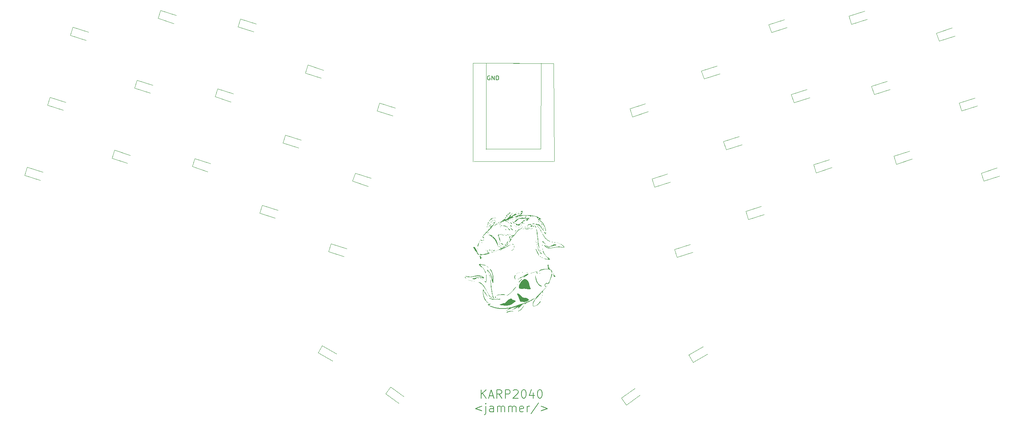
<source format=gbr>
%TF.GenerationSoftware,KiCad,Pcbnew,(6.0.7-1)-1*%
%TF.CreationDate,2023-02-18T17:29:48+08:00*%
%TF.ProjectId,karp2040,6b617270-3230-4343-902e-6b696361645f,rev?*%
%TF.SameCoordinates,Original*%
%TF.FileFunction,Legend,Top*%
%TF.FilePolarity,Positive*%
%FSLAX46Y46*%
G04 Gerber Fmt 4.6, Leading zero omitted, Abs format (unit mm)*
G04 Created by KiCad (PCBNEW (6.0.7-1)-1) date 2023-02-18 17:29:48*
%MOMM*%
%LPD*%
G01*
G04 APERTURE LIST*
%ADD10C,0.180000*%
%ADD11C,0.150000*%
%ADD12C,0.120000*%
G04 APERTURE END LIST*
D10*
X285559523Y47755238D02*
X285559523Y49755238D01*
X286702380Y47755238D02*
X285845238Y48898095D01*
X286702380Y49755238D02*
X285559523Y48612380D01*
X287464285Y48326666D02*
X288416666Y48326666D01*
X287273809Y47755238D02*
X287940476Y49755238D01*
X288607142Y47755238D01*
X290416666Y47755238D02*
X289750000Y48707619D01*
X289273809Y47755238D02*
X289273809Y49755238D01*
X290035714Y49755238D01*
X290226190Y49660000D01*
X290321428Y49564761D01*
X290416666Y49374285D01*
X290416666Y49088571D01*
X290321428Y48898095D01*
X290226190Y48802857D01*
X290035714Y48707619D01*
X289273809Y48707619D01*
X291273809Y47755238D02*
X291273809Y49755238D01*
X292035714Y49755238D01*
X292226190Y49660000D01*
X292321428Y49564761D01*
X292416666Y49374285D01*
X292416666Y49088571D01*
X292321428Y48898095D01*
X292226190Y48802857D01*
X292035714Y48707619D01*
X291273809Y48707619D01*
X293178571Y49564761D02*
X293273809Y49660000D01*
X293464285Y49755238D01*
X293940476Y49755238D01*
X294130952Y49660000D01*
X294226190Y49564761D01*
X294321428Y49374285D01*
X294321428Y49183809D01*
X294226190Y48898095D01*
X293083333Y47755238D01*
X294321428Y47755238D01*
X295559523Y49755238D02*
X295750000Y49755238D01*
X295940476Y49660000D01*
X296035714Y49564761D01*
X296130952Y49374285D01*
X296226190Y48993333D01*
X296226190Y48517142D01*
X296130952Y48136190D01*
X296035714Y47945714D01*
X295940476Y47850476D01*
X295750000Y47755238D01*
X295559523Y47755238D01*
X295369047Y47850476D01*
X295273809Y47945714D01*
X295178571Y48136190D01*
X295083333Y48517142D01*
X295083333Y48993333D01*
X295178571Y49374285D01*
X295273809Y49564761D01*
X295369047Y49660000D01*
X295559523Y49755238D01*
X297940476Y49088571D02*
X297940476Y47755238D01*
X297464285Y49850476D02*
X296988095Y48421904D01*
X298226190Y48421904D01*
X299369047Y49755238D02*
X299559523Y49755238D01*
X299750000Y49660000D01*
X299845238Y49564761D01*
X299940476Y49374285D01*
X300035714Y48993333D01*
X300035714Y48517142D01*
X299940476Y48136190D01*
X299845238Y47945714D01*
X299750000Y47850476D01*
X299559523Y47755238D01*
X299369047Y47755238D01*
X299178571Y47850476D01*
X299083333Y47945714D01*
X298988095Y48136190D01*
X298892857Y48517142D01*
X298892857Y48993333D01*
X298988095Y49374285D01*
X299083333Y49564761D01*
X299178571Y49660000D01*
X299369047Y49755238D01*
X285702380Y45868571D02*
X284178571Y45297142D01*
X285702380Y44725714D01*
X286654761Y45868571D02*
X286654761Y44154285D01*
X286559523Y43963809D01*
X286369047Y43868571D01*
X286273809Y43868571D01*
X286654761Y46535238D02*
X286559523Y46440000D01*
X286654761Y46344761D01*
X286750000Y46440000D01*
X286654761Y46535238D01*
X286654761Y46344761D01*
X288464285Y44535238D02*
X288464285Y45582857D01*
X288369047Y45773333D01*
X288178571Y45868571D01*
X287797619Y45868571D01*
X287607142Y45773333D01*
X288464285Y44630476D02*
X288273809Y44535238D01*
X287797619Y44535238D01*
X287607142Y44630476D01*
X287511904Y44820952D01*
X287511904Y45011428D01*
X287607142Y45201904D01*
X287797619Y45297142D01*
X288273809Y45297142D01*
X288464285Y45392380D01*
X289416666Y44535238D02*
X289416666Y45868571D01*
X289416666Y45678095D02*
X289511904Y45773333D01*
X289702380Y45868571D01*
X289988095Y45868571D01*
X290178571Y45773333D01*
X290273809Y45582857D01*
X290273809Y44535238D01*
X290273809Y45582857D02*
X290369047Y45773333D01*
X290559523Y45868571D01*
X290845238Y45868571D01*
X291035714Y45773333D01*
X291130952Y45582857D01*
X291130952Y44535238D01*
X292083333Y44535238D02*
X292083333Y45868571D01*
X292083333Y45678095D02*
X292178571Y45773333D01*
X292369047Y45868571D01*
X292654761Y45868571D01*
X292845238Y45773333D01*
X292940476Y45582857D01*
X292940476Y44535238D01*
X292940476Y45582857D02*
X293035714Y45773333D01*
X293226190Y45868571D01*
X293511904Y45868571D01*
X293702380Y45773333D01*
X293797619Y45582857D01*
X293797619Y44535238D01*
X295511904Y44630476D02*
X295321428Y44535238D01*
X294940476Y44535238D01*
X294750000Y44630476D01*
X294654761Y44820952D01*
X294654761Y45582857D01*
X294750000Y45773333D01*
X294940476Y45868571D01*
X295321428Y45868571D01*
X295511904Y45773333D01*
X295607142Y45582857D01*
X295607142Y45392380D01*
X294654761Y45201904D01*
X296464285Y44535238D02*
X296464285Y45868571D01*
X296464285Y45487619D02*
X296559523Y45678095D01*
X296654761Y45773333D01*
X296845238Y45868571D01*
X297035714Y45868571D01*
X299130952Y46630476D02*
X297416666Y44059047D01*
X299797619Y45868571D02*
X301321428Y45297142D01*
X299797619Y44725714D01*
D11*
%TO.C,U1*%
X287599089Y124334726D02*
X287503851Y124382345D01*
X287360994Y124382345D01*
X287218136Y124334726D01*
X287122898Y124239487D01*
X287075279Y124144249D01*
X287027660Y123953773D01*
X287027660Y123810916D01*
X287075279Y123620440D01*
X287122898Y123525202D01*
X287218136Y123429964D01*
X287360994Y123382345D01*
X287456232Y123382345D01*
X287599089Y123429964D01*
X287646708Y123477583D01*
X287646708Y123810916D01*
X287456232Y123810916D01*
X288075279Y123382345D02*
X288075279Y124382345D01*
X288646708Y123382345D01*
X288646708Y124382345D01*
X289122898Y123382345D02*
X289122898Y124382345D01*
X289360994Y124382345D01*
X289503851Y124334726D01*
X289599089Y124239487D01*
X289646708Y124144249D01*
X289694327Y123953773D01*
X289694327Y123810916D01*
X289646708Y123620440D01*
X289599089Y123525202D01*
X289503851Y123429964D01*
X289360994Y123382345D01*
X289122898Y123382345D01*
%TO.C,G\u002A\u002A\u002A*%
G36*
X292819129Y68472050D02*
G01*
X293474914Y68455218D01*
X292730732Y68393976D01*
X292228511Y68327869D01*
X291898712Y68222212D01*
X291767822Y68134428D01*
X291614291Y68029260D01*
X291549112Y68052163D01*
X291549094Y68053681D01*
X291645539Y68214464D01*
X291905038Y68347784D01*
X292282839Y68438899D01*
X292734187Y68473068D01*
X292819129Y68472050D01*
G37*
G36*
X298055241Y71350775D02*
G01*
X297809855Y71171023D01*
X297445882Y70949568D01*
X297034903Y70729451D01*
X296962985Y70694034D01*
X296570228Y70489838D01*
X296229867Y70288597D01*
X296003520Y70127338D01*
X295974051Y70099782D01*
X295871959Y70003764D01*
X295896989Y70052620D01*
X295911334Y70071280D01*
X296003914Y70213572D01*
X295954365Y70256666D01*
X295911334Y70258165D01*
X295655615Y70182681D01*
X295315313Y69979275D01*
X294937948Y69680942D01*
X294588487Y69339736D01*
X294380444Y69128189D01*
X294258435Y69033580D01*
X294247614Y69075173D01*
X294250167Y69080604D01*
X294349475Y69337326D01*
X294320107Y69432213D01*
X294159841Y69366401D01*
X293967908Y69224784D01*
X293648643Y69017416D01*
X293315867Y68873420D01*
X293213195Y68848108D01*
X292850323Y68786326D01*
X293266717Y68985451D01*
X293510610Y69121947D01*
X293725912Y69274369D01*
X293880156Y69412002D01*
X293940872Y69504130D01*
X293875594Y69520036D01*
X293809848Y69499275D01*
X293622382Y69435872D01*
X293301487Y69333699D01*
X292913170Y69213735D01*
X292872963Y69201504D01*
X292368395Y69014692D01*
X291979126Y68803361D01*
X291835364Y68687052D01*
X291656395Y68527281D01*
X291556570Y68475416D01*
X291549094Y68487636D01*
X291621989Y68602834D01*
X291804564Y68786905D01*
X291884989Y68857110D01*
X292220883Y69139746D01*
X291754866Y69060178D01*
X291267925Y69007736D01*
X290668886Y68987740D01*
X290034734Y68998615D01*
X289442454Y69038784D01*
X288969029Y69106673D01*
X288916816Y69118253D01*
X288381622Y69285056D01*
X287830492Y69523415D01*
X287357978Y69790512D01*
X287229012Y69882595D01*
X287086215Y70002087D01*
X287113508Y70041659D01*
X287246362Y70047047D01*
X287443725Y70099233D01*
X287512751Y70172886D01*
X287616703Y70239090D01*
X287691637Y70210100D01*
X287749985Y70123478D01*
X287629092Y70017286D01*
X287581395Y69990468D01*
X287448517Y69909557D01*
X287433204Y69843536D01*
X287559827Y69759601D01*
X287852759Y69624950D01*
X287853066Y69624814D01*
X288883081Y69279289D01*
X290004332Y69118956D01*
X291217732Y69143838D01*
X292524191Y69353959D01*
X293924621Y69749341D01*
X294024613Y69783412D01*
X294536476Y69955854D01*
X295054612Y70124045D01*
X295496952Y70261577D01*
X295654762Y70307955D01*
X296143160Y70477197D01*
X296725914Y70724008D01*
X297323538Y71011391D01*
X297856548Y71302349D01*
X298055241Y71425304D01*
X298367537Y71629039D01*
X298055241Y71350775D01*
G37*
G36*
X295590485Y69547620D02*
G01*
X295493188Y69377361D01*
X295264579Y69060062D01*
X294980030Y68760661D01*
X294690997Y68524940D01*
X294448936Y68398680D01*
X294382152Y68388858D01*
X294343673Y68424530D01*
X294474569Y68509226D01*
X294536997Y68537910D01*
X294779817Y68702290D01*
X295059575Y68975802D01*
X295249426Y69210474D01*
X295488784Y69532996D01*
X295629273Y69699337D01*
X295665103Y69705534D01*
X295590485Y69547620D01*
G37*
G36*
X295296635Y68749128D02*
G01*
X295244586Y68697079D01*
X295192537Y68749128D01*
X295244586Y68801177D01*
X295296635Y68749128D01*
G37*
G36*
X302400729Y77352132D02*
G01*
X302359552Y77113042D01*
X302267442Y76766877D01*
X302138359Y76356443D01*
X301986264Y75924544D01*
X301825117Y75513988D01*
X301668878Y75167578D01*
X301583826Y75009222D01*
X301465761Y74878946D01*
X301304735Y74905215D01*
X301238852Y74938372D01*
X301020839Y75009324D01*
X300859243Y74937458D01*
X300725183Y74720394D01*
X300747828Y74483525D01*
X300885150Y74334675D01*
X300997241Y74250570D01*
X300988134Y74140217D01*
X300883701Y73966608D01*
X300662081Y73705579D01*
X300448054Y73527130D01*
X300250657Y73324054D01*
X300180491Y73020037D01*
X300178881Y72979164D01*
X300165538Y72758892D01*
X300137828Y72732179D01*
X300100808Y72837341D01*
X300061423Y72920139D01*
X299992972Y72929794D01*
X299872821Y72847835D01*
X299678334Y72655791D01*
X299386878Y72335192D01*
X299134218Y72048554D01*
X298671595Y71509238D01*
X298336924Y71086049D01*
X298111319Y70747520D01*
X297975896Y70462182D01*
X297911770Y70198566D01*
X297899094Y69990465D01*
X297910038Y69740927D01*
X297979016Y69648091D01*
X298160245Y69660495D01*
X298231972Y69674515D01*
X298655116Y69818147D01*
X299021704Y70087413D01*
X299367851Y70496529D01*
X299542613Y70712761D01*
X299640635Y70783666D01*
X299652055Y70734975D01*
X299559000Y70554516D01*
X299358220Y70306926D01*
X299194022Y70141332D01*
X298800537Y69826361D01*
X298425476Y69617672D01*
X298107259Y69530930D01*
X297884307Y69581798D01*
X297864394Y69599264D01*
X297803113Y69777955D01*
X297801198Y70075468D01*
X297852506Y70413005D01*
X297950893Y70711767D01*
X297951177Y70712364D01*
X298138380Y71027796D01*
X298368684Y71323320D01*
X298533757Y71527547D01*
X298606902Y71671078D01*
X298606314Y71686565D01*
X298667502Y71784674D01*
X298851864Y72003077D01*
X299135263Y72314946D01*
X299493558Y72693454D01*
X299746424Y72953597D01*
X300910230Y74139214D01*
X300708183Y74396075D01*
X300575486Y74623113D01*
X300595097Y74815775D01*
X300614752Y74855887D01*
X300825141Y75085643D01*
X301088465Y75126309D01*
X301248196Y75060025D01*
X301367882Y75009546D01*
X301466870Y75057850D01*
X301580542Y75238819D01*
X301702881Y75495440D01*
X301870167Y75912753D01*
X302034956Y76406760D01*
X302130068Y76748103D01*
X302225536Y77093750D01*
X302313548Y77342150D01*
X302375551Y77441218D01*
X302377014Y77441341D01*
X302400729Y77352132D01*
G37*
G36*
X292872752Y71333659D02*
G01*
X292940017Y71247488D01*
X293079259Y71126448D01*
X293250703Y71091341D01*
X293456350Y71044067D01*
X293630589Y70933696D01*
X293723297Y70807404D01*
X293684350Y70712368D01*
X293662939Y70703344D01*
X293512838Y70616856D01*
X293273388Y70445039D01*
X293142447Y70342623D01*
X292825750Y70114986D01*
X292505940Y69925908D01*
X292411249Y69880904D01*
X292111179Y69807187D01*
X291670351Y69764763D01*
X291154153Y69755764D01*
X290627972Y69782325D01*
X290351963Y69813719D01*
X290056850Y69880495D01*
X289968587Y69966301D01*
X290086840Y70069620D01*
X290411277Y70188935D01*
X290435651Y70196093D01*
X290767815Y70287316D01*
X291023301Y70347814D01*
X291120298Y70362652D01*
X291252418Y70441456D01*
X291399461Y70618231D01*
X291608618Y70840746D01*
X291922012Y71073281D01*
X292266630Y71270897D01*
X292569457Y71388656D01*
X292675551Y71403636D01*
X292872752Y71333659D01*
G37*
G36*
X286129801Y73523190D02*
G01*
X286135979Y73492265D01*
X286190583Y73369187D01*
X286337653Y73116169D01*
X286552074Y72775090D01*
X286713431Y72529356D01*
X286925338Y72200627D01*
X287053158Y71978919D01*
X287084835Y71887172D01*
X287031489Y71924128D01*
X286841940Y72149694D01*
X286604077Y72480662D01*
X286392139Y72808964D01*
X286012183Y73433554D01*
X286053597Y72808964D01*
X286169465Y72157978D01*
X286411832Y71507855D01*
X286747447Y70933602D01*
X287029157Y70608289D01*
X287223931Y70409357D01*
X287316926Y70282671D01*
X287309600Y70258554D01*
X287191699Y70327990D01*
X286988464Y70505730D01*
X286844782Y70648923D01*
X286409791Y71196812D01*
X286129415Y71793806D01*
X285979615Y72497254D01*
X285953914Y72774414D01*
X285934158Y73226433D01*
X285951442Y73491684D01*
X286007187Y73588524D01*
X286017006Y73589702D01*
X286129801Y73523190D01*
G37*
G36*
X294382696Y72580028D02*
G01*
X294629955Y72458707D01*
X294918208Y72206641D01*
X295040280Y72068728D01*
X295290406Y71793045D01*
X295497470Y71654550D01*
X295726316Y71612377D01*
X295765270Y71611833D01*
X296193966Y71563373D01*
X296550288Y71433932D01*
X296786318Y71247415D01*
X296856516Y71067432D01*
X296773348Y70978663D01*
X296561699Y70843364D01*
X296445864Y70781162D01*
X296103962Y70642787D01*
X295752350Y70593854D01*
X295308015Y70625453D01*
X295174130Y70644675D01*
X294952968Y70703826D01*
X294794304Y70830887D01*
X294660515Y71071876D01*
X294525712Y71437758D01*
X294390108Y71806372D01*
X294246035Y72147458D01*
X294194412Y72254194D01*
X294081747Y72498155D01*
X294096977Y72601120D01*
X294262266Y72601448D01*
X294382696Y72580028D01*
G37*
G36*
X299772864Y71039292D02*
G01*
X299720815Y70987243D01*
X299668766Y71039292D01*
X299720815Y71091341D01*
X299772864Y71039292D01*
G37*
G36*
X287629247Y71505513D02*
G01*
X287787220Y71447672D01*
X288248602Y71327790D01*
X288828937Y71268301D01*
X289446647Y71273616D01*
X289935569Y71331539D01*
X290175514Y71370851D01*
X290228274Y71362663D01*
X290110225Y71303156D01*
X290091717Y71295125D01*
X289708847Y71192416D01*
X289208852Y71141428D01*
X288676928Y71144770D01*
X288198270Y71205049D01*
X288081487Y71233581D01*
X287763658Y71340709D01*
X287523226Y71453113D01*
X287456897Y71501218D01*
X287463825Y71543733D01*
X287629247Y71505513D01*
G37*
G36*
X299843975Y71423154D02*
G01*
X299856385Y71260461D01*
X299835757Y71223633D01*
X299788443Y71254679D01*
X299781083Y71360262D01*
X299806506Y71471338D01*
X299843975Y71423154D01*
G37*
G36*
X287761326Y75976552D02*
G01*
X287804035Y75732756D01*
X287854468Y75363326D01*
X287893765Y75026078D01*
X288023264Y73944364D01*
X288153459Y73069410D01*
X288284629Y72399776D01*
X288417049Y71934027D01*
X288536119Y71689906D01*
X288646738Y71501441D01*
X288650296Y71406391D01*
X288637456Y71403636D01*
X288533835Y71478620D01*
X288530241Y71504467D01*
X288452559Y71577760D01*
X288400119Y71573578D01*
X288317446Y71566536D01*
X288330915Y71579801D01*
X288334303Y71690486D01*
X288278936Y71935928D01*
X288210004Y72161306D01*
X288150289Y72402723D01*
X288080479Y72783286D01*
X288005464Y73263116D01*
X287930132Y73802331D01*
X287859375Y74361050D01*
X287798082Y74899393D01*
X287751143Y75377479D01*
X287723447Y75755427D01*
X287719884Y75993356D01*
X287732730Y76053938D01*
X287761326Y75976552D01*
G37*
G36*
X289432427Y71473035D02*
G01*
X289418138Y71411149D01*
X289363028Y71403636D01*
X289277344Y71441724D01*
X289293629Y71473035D01*
X289417170Y71485493D01*
X289432427Y71473035D01*
G37*
G36*
X290941805Y72406505D02*
G01*
X291116294Y72375392D01*
X291235629Y72332987D01*
X291199380Y72305181D01*
X290991216Y72289609D01*
X290594810Y72283906D01*
X290483515Y72283740D01*
X289810249Y72252003D01*
X289332451Y72157049D01*
X289051128Y71999263D01*
X288967286Y71779032D01*
X288979109Y71707091D01*
X289003346Y71532669D01*
X288948642Y71536941D01*
X288894010Y71612764D01*
X288867460Y71830099D01*
X288996549Y72059839D01*
X289225855Y72226127D01*
X289566529Y72327062D01*
X290025178Y72395436D01*
X290513152Y72424250D01*
X290941805Y72406505D01*
G37*
G36*
X287465607Y72236837D02*
G01*
X287495744Y72199772D01*
X287721170Y71953190D01*
X287935300Y71769340D01*
X288055074Y71656863D01*
X288024905Y71611833D01*
X287870943Y71680463D01*
X287652992Y71851562D01*
X287585349Y71916120D01*
X287393656Y72136176D01*
X287288149Y72312420D01*
X287281061Y72346552D01*
X287334356Y72361759D01*
X287465607Y72236837D01*
G37*
G36*
X299948074Y71839548D02*
G01*
X299960484Y71676855D01*
X299939856Y71640026D01*
X299892542Y71671072D01*
X299885181Y71776655D01*
X299910604Y71887732D01*
X299948074Y71839548D01*
G37*
G36*
X300048049Y72434512D02*
G01*
X300053200Y72416614D01*
X300068440Y72189855D01*
X300049343Y72104319D01*
X300015169Y72100858D01*
X300001212Y72263820D01*
X300001355Y72288472D01*
X300016366Y72449924D01*
X300048049Y72434512D01*
G37*
G36*
X293930746Y74353911D02*
G01*
X293729054Y74054974D01*
X293715603Y74035798D01*
X293407619Y73634335D01*
X293049615Y73225113D01*
X292675068Y72840125D01*
X292317451Y72511364D01*
X292010241Y72270824D01*
X291786910Y72150498D01*
X291734856Y72142701D01*
X291574184Y72156280D01*
X291612939Y72189401D01*
X291705241Y72220775D01*
X292085532Y72421311D01*
X292525731Y72798040D01*
X293033313Y73357817D01*
X293282975Y73667775D01*
X293605484Y74072065D01*
X293839878Y74349937D01*
X293977795Y74494278D01*
X294010872Y74497974D01*
X293930746Y74353911D01*
G37*
G36*
X287281061Y72600767D02*
G01*
X287229012Y72548718D01*
X287176963Y72600767D01*
X287229012Y72652816D01*
X287281061Y72600767D01*
G37*
G36*
X287056780Y72923003D02*
G01*
X287168535Y72818187D01*
X287145610Y72757928D01*
X287131057Y72756915D01*
X287043009Y72830854D01*
X287010875Y72877097D01*
X286998605Y72948331D01*
X287056780Y72923003D01*
G37*
G36*
X286968766Y73121259D02*
G01*
X286916717Y73069210D01*
X286864668Y73121259D01*
X286916717Y73173308D01*
X286968766Y73121259D01*
G37*
G36*
X285120674Y75293828D02*
G01*
X285443591Y75125983D01*
X285775150Y74899032D01*
X286045210Y74656164D01*
X286076602Y74620410D01*
X286229603Y74412174D01*
X286408885Y74131018D01*
X286586396Y73826961D01*
X286734085Y73550022D01*
X286823900Y73350218D01*
X286829776Y73277406D01*
X286761689Y73359640D01*
X286613522Y73578814D01*
X286412809Y73893643D01*
X286333556Y74021528D01*
X286061838Y74433985D01*
X285820344Y74715942D01*
X285551871Y74925850D01*
X285314812Y75062512D01*
X285043400Y75215500D01*
X284886986Y75322682D01*
X284876541Y75359374D01*
X285120674Y75293828D01*
G37*
G36*
X296204326Y75995587D02*
G01*
X296317207Y75942470D01*
X296613044Y75689243D01*
X296840491Y75308961D01*
X296955909Y74881286D01*
X296962209Y74764972D01*
X297014759Y74467552D01*
X297115046Y74260213D01*
X297239764Y74000768D01*
X297271193Y73823923D01*
X297232413Y73652120D01*
X297069929Y73598622D01*
X296988233Y73598649D01*
X296670241Y73638954D01*
X296389668Y73707987D01*
X296109725Y73754464D01*
X295727037Y73765789D01*
X295470587Y73751825D01*
X294989194Y73732783D01*
X294680798Y73793078D01*
X294520379Y73947737D01*
X294482919Y74211783D01*
X294494885Y74337773D01*
X294614650Y74756513D01*
X294841191Y75191875D01*
X295132509Y75584101D01*
X295446605Y75873435D01*
X295649102Y75980044D01*
X295951674Y76046162D01*
X296204326Y75995587D01*
G37*
G36*
X298524225Y76608554D02*
G01*
X298649662Y75993606D01*
X298796955Y75533730D01*
X298987127Y75175804D01*
X299193644Y74916956D01*
X299429953Y74691963D01*
X299633109Y74550892D01*
X299709364Y74526587D01*
X299888863Y74465196D01*
X299929012Y74422488D01*
X299921947Y74337025D01*
X299784412Y74333214D01*
X299576880Y74409717D01*
X299538093Y74431135D01*
X299042927Y74835219D01*
X298681263Y75374347D01*
X298474667Y76008018D01*
X298434116Y76504456D01*
X298444074Y77076997D01*
X298524225Y76608554D01*
G37*
G36*
X301230241Y74474538D02*
G01*
X301178192Y74422488D01*
X301126143Y74474538D01*
X301178192Y74526587D01*
X301230241Y74474538D01*
G37*
G36*
X294222992Y74771640D02*
G01*
X294203602Y74734784D01*
X294105519Y74635369D01*
X294087217Y74630685D01*
X294080114Y74697927D01*
X294099504Y74734784D01*
X294197587Y74834198D01*
X294215889Y74838882D01*
X294222992Y74771640D01*
G37*
G36*
X295166701Y76033419D02*
G01*
X295010313Y75815265D01*
X294878718Y75645644D01*
X294574844Y75268873D01*
X294377707Y75039454D01*
X294292213Y74961296D01*
X294323267Y75038303D01*
X294475776Y75274384D01*
X294551887Y75385398D01*
X294795962Y75705994D01*
X295053727Y75997644D01*
X295146585Y76088062D01*
X295216254Y76131172D01*
X295166701Y76033419D01*
G37*
G36*
X287049710Y77968583D02*
G01*
X286944980Y78192911D01*
X286968445Y78262654D01*
X287107800Y78176870D01*
X287301750Y77987857D01*
X287574354Y77642545D01*
X287792421Y77230105D01*
X287978409Y76700244D01*
X288119478Y76156820D01*
X288318324Y75307325D01*
X288287193Y76296259D01*
X288250519Y76891664D01*
X288167614Y77359680D01*
X288014405Y77779932D01*
X287766819Y78232043D01*
X287642008Y78430275D01*
X287532621Y78618095D01*
X287548675Y78652086D01*
X287603657Y78614243D01*
X287740606Y78455617D01*
X287924579Y78179665D01*
X288064574Y77938274D01*
X288198958Y77671244D01*
X288289208Y77421174D01*
X288346602Y77131516D01*
X288382418Y76745720D01*
X288407489Y76218856D01*
X288417018Y75662114D01*
X288399013Y75277125D01*
X288357106Y75070996D01*
X288294930Y75050834D01*
X288216118Y75223746D01*
X288124302Y75596839D01*
X288114503Y75645644D01*
X287991778Y76190946D01*
X287849312Y76703860D01*
X287699240Y77152863D01*
X287553697Y77506429D01*
X287424819Y77733033D01*
X287324741Y77801150D01*
X287294602Y77775545D01*
X287203225Y77773595D01*
X287090964Y77909784D01*
X287176963Y77909784D01*
X287229012Y77857734D01*
X287281061Y77909784D01*
X287229012Y77961833D01*
X287176963Y77909784D01*
X287090964Y77909784D01*
X287068128Y77937488D01*
X287049710Y77968583D01*
G37*
G36*
X286735775Y77169014D02*
G01*
X286782092Y77024947D01*
X286830496Y76730208D01*
X286847911Y76348993D01*
X286837225Y75946074D01*
X286801330Y75586220D01*
X286743115Y75334204D01*
X286703605Y75265934D01*
X286588802Y75282844D01*
X286421740Y75469470D01*
X286367453Y75551914D01*
X286130484Y75931915D01*
X286390814Y75642935D01*
X286651145Y75353956D01*
X286720000Y75628299D01*
X286747272Y75870199D01*
X286752159Y76238658D01*
X286734080Y76645967D01*
X286710946Y77005921D01*
X286710830Y77174887D01*
X286735775Y77169014D01*
G37*
G36*
X284650409Y75422266D02*
G01*
X284619363Y75374953D01*
X284513780Y75367592D01*
X284402703Y75393015D01*
X284450887Y75430485D01*
X284613580Y75442895D01*
X284650409Y75422266D01*
G37*
G36*
X283975938Y75532414D02*
G01*
X283989015Y75494419D01*
X283845815Y75479909D01*
X283698034Y75496268D01*
X283715692Y75532414D01*
X283928818Y75546163D01*
X283975938Y75532414D01*
G37*
G36*
X283394722Y75636969D02*
G01*
X283380433Y75575083D01*
X283325323Y75567570D01*
X283239639Y75605658D01*
X283255925Y75636969D01*
X283379465Y75649428D01*
X283394722Y75636969D01*
G37*
G36*
X282978329Y75741068D02*
G01*
X282964039Y75679181D01*
X282908930Y75671669D01*
X282823245Y75709757D01*
X282839531Y75741068D01*
X282963072Y75753526D01*
X282978329Y75741068D01*
G37*
G36*
X282700733Y75827816D02*
G01*
X282648684Y75775767D01*
X282596635Y75827816D01*
X282648684Y75879866D01*
X282700733Y75827816D01*
G37*
G36*
X282492537Y75931915D02*
G01*
X282440487Y75879866D01*
X282388438Y75931915D01*
X282440487Y75983964D01*
X282492537Y75931915D01*
G37*
G36*
X285911698Y76045954D02*
G01*
X286023453Y75941138D01*
X286000528Y75880879D01*
X285985975Y75879866D01*
X285897927Y75953804D01*
X285865793Y76000048D01*
X285853523Y76071282D01*
X285911698Y76045954D01*
G37*
G36*
X293943356Y75931915D02*
G01*
X293891307Y75879866D01*
X293839258Y75931915D01*
X293891307Y75983964D01*
X293943356Y75931915D01*
G37*
G36*
X281753772Y76539350D02*
G01*
X281954279Y76366452D01*
X282024094Y76296259D01*
X282191534Y76105662D01*
X282259298Y75995123D01*
X282250819Y75983964D01*
X282137605Y76049758D01*
X281938960Y76215120D01*
X281851560Y76296259D01*
X281676456Y76482616D01*
X281609923Y76594310D01*
X281624835Y76608554D01*
X281753772Y76539350D01*
G37*
G36*
X285230919Y76895888D02*
G01*
X285738560Y76754797D01*
X286033098Y76555338D01*
X286214762Y76362388D01*
X286298971Y76234340D01*
X286297365Y76214749D01*
X286183081Y76222469D01*
X285942329Y76292175D01*
X285784006Y76349116D01*
X285462655Y76452271D01*
X285189671Y76472971D01*
X284852875Y76416792D01*
X284777676Y76399152D01*
X284492149Y76313478D01*
X284354903Y76234801D01*
X284363633Y76193813D01*
X284369036Y76124756D01*
X284190071Y76058482D01*
X284153495Y76050705D01*
X283887292Y76002431D01*
X283723397Y76001863D01*
X283560214Y76054650D01*
X283481471Y76088062D01*
X283341402Y76156931D01*
X283390270Y76180866D01*
X283465311Y76184844D01*
X283656584Y76217731D01*
X283978715Y76297342D01*
X284364281Y76406916D01*
X284390064Y76414716D01*
X284824053Y76533333D01*
X285143588Y76580184D01*
X285426614Y76563050D01*
X285577331Y76533256D01*
X285891353Y76469622D01*
X286010644Y76470222D01*
X285939705Y76538865D01*
X285724755Y76657930D01*
X285305053Y76787926D01*
X284767771Y76796285D01*
X284088539Y76683076D01*
X284001963Y76662685D01*
X283207851Y76535594D01*
X282475871Y76544599D01*
X281919996Y76666211D01*
X281701475Y76748303D01*
X281677113Y76775490D01*
X281815897Y76757019D01*
X282483240Y76660058D01*
X283024319Y76634551D01*
X283508529Y76680786D01*
X283886862Y76765614D01*
X284605592Y76900287D01*
X285230919Y76895888D01*
G37*
G36*
X293703387Y77061410D02*
G01*
X293648104Y76953717D01*
X293541681Y76622159D01*
X293551955Y76304025D01*
X293651881Y76108882D01*
X293715234Y76001953D01*
X293663018Y75983964D01*
X293531937Y76067642D01*
X293486051Y76148625D01*
X293423578Y76480698D01*
X293462339Y76806444D01*
X293590963Y77033911D01*
X293596055Y77038226D01*
X293712259Y77123125D01*
X293703387Y77061410D01*
G37*
G36*
X296861331Y77441625D02*
G01*
X296826568Y77410787D01*
X296714863Y77279191D01*
X296726453Y77217634D01*
X296688674Y77148459D01*
X296510342Y76997419D01*
X296226989Y76793735D01*
X296140890Y76736019D01*
X295855188Y76556481D01*
X295677907Y76464230D01*
X295635851Y76472282D01*
X295658574Y76501798D01*
X295769301Y76631113D01*
X295791321Y76689842D01*
X295701274Y76672429D01*
X295475800Y76573320D01*
X295091538Y76386962D01*
X295013013Y76348308D01*
X294570421Y76135823D01*
X294304114Y76019346D01*
X294208655Y75993276D01*
X294278612Y76052012D01*
X294508548Y76189955D01*
X294893030Y76401504D01*
X295244586Y76586939D01*
X295718421Y76835826D01*
X296152942Y77068408D01*
X296498882Y77258044D01*
X296701963Y77374992D01*
X296855538Y77460597D01*
X296861331Y77441625D01*
G37*
G36*
X285719586Y76140111D02*
G01*
X285667537Y76088062D01*
X285615487Y76140111D01*
X285667537Y76192161D01*
X285719586Y76140111D01*
G37*
G36*
X284962704Y76255053D02*
G01*
X284931658Y76207739D01*
X284826075Y76200379D01*
X284714998Y76225802D01*
X284763182Y76263272D01*
X284925875Y76275682D01*
X284962704Y76255053D01*
G37*
G36*
X285483196Y76255053D02*
G01*
X285452150Y76207739D01*
X285346567Y76200379D01*
X285235490Y76225802D01*
X285283674Y76263272D01*
X285446367Y76275682D01*
X285483196Y76255053D01*
G37*
G36*
X287662299Y76530480D02*
G01*
X287676048Y76317355D01*
X287662299Y76270234D01*
X287624303Y76257157D01*
X287609793Y76400357D01*
X287626152Y76548138D01*
X287662299Y76530480D01*
G37*
G36*
X302866003Y76993309D02*
G01*
X302866115Y76813530D01*
X302916446Y76751951D01*
X302982014Y76743367D01*
X302949458Y76814172D01*
X302931604Y76909722D01*
X303004942Y76901823D01*
X303156812Y76788781D01*
X303179979Y76744997D01*
X303144159Y76620914D01*
X302997228Y76568720D01*
X302831230Y76614757D01*
X302804402Y76637508D01*
X302694195Y76849609D01*
X302754390Y77042817D01*
X302809407Y77087930D01*
X302887897Y77092945D01*
X302866003Y76993309D01*
G37*
G36*
X287436927Y77178930D02*
G01*
X287488765Y77099099D01*
X287564548Y76892956D01*
X287556893Y76786804D01*
X287509657Y76720409D01*
X287497476Y76782212D01*
X287460679Y76981682D01*
X287429349Y77094507D01*
X287392988Y77226197D01*
X287436927Y77178930D01*
G37*
G36*
X302759936Y77281925D02*
G01*
X302700536Y77205385D01*
X302613010Y77139601D01*
X302634851Y77243909D01*
X302642262Y77263658D01*
X302724728Y77391131D01*
X302771613Y77392046D01*
X302759936Y77281925D01*
G37*
G36*
X294014795Y77374099D02*
G01*
X293995405Y77337243D01*
X293897322Y77237828D01*
X293879020Y77233144D01*
X293871918Y77300386D01*
X293891307Y77337243D01*
X293989390Y77436657D01*
X294007693Y77441341D01*
X294014795Y77374099D01*
G37*
G36*
X297066307Y77285193D02*
G01*
X297014258Y77233144D01*
X296962209Y77285193D01*
X297014258Y77337243D01*
X297066307Y77285193D01*
G37*
G36*
X299217673Y77302543D02*
G01*
X299203384Y77240657D01*
X299148274Y77233144D01*
X299062590Y77271232D01*
X299078875Y77302543D01*
X299202416Y77315002D01*
X299217673Y77302543D01*
G37*
G36*
X287350460Y77510740D02*
G01*
X287362919Y77387199D01*
X287350460Y77371942D01*
X287288574Y77386232D01*
X287281061Y77441341D01*
X287319149Y77527026D01*
X287350460Y77510740D01*
G37*
G36*
X297553371Y77499295D02*
G01*
X297482701Y77441341D01*
X297292927Y77353254D01*
X297222455Y77340431D01*
X297203834Y77383387D01*
X297274504Y77441341D01*
X297464277Y77529428D01*
X297534750Y77542251D01*
X297553371Y77499295D01*
G37*
G36*
X298796445Y77854715D02*
G01*
X298856307Y77661694D01*
X298858340Y77648475D01*
X298879048Y77406859D01*
X298849929Y77347205D01*
X298778952Y77480487D01*
X298764612Y77519415D01*
X298690386Y77710787D01*
X298662082Y77772468D01*
X298694969Y77883605D01*
X298718524Y77901528D01*
X298796445Y77854715D01*
G37*
G36*
X299532887Y77490122D02*
G01*
X299473487Y77413581D01*
X299385961Y77347797D01*
X299407802Y77452106D01*
X299415213Y77471855D01*
X299497679Y77599328D01*
X299544563Y77600243D01*
X299532887Y77490122D01*
G37*
G36*
X285313695Y79616211D02*
G01*
X285627064Y79577217D01*
X285961633Y79513363D01*
X286257316Y79433879D01*
X286432667Y79361224D01*
X286708520Y79203407D01*
X286448274Y79275331D01*
X285910214Y79418208D01*
X285556483Y79492894D01*
X285373177Y79494831D01*
X285346392Y79419466D01*
X285462225Y79262241D01*
X285695978Y79028841D01*
X286014906Y78686048D01*
X286293348Y78314935D01*
X286503416Y77961357D01*
X286617220Y77671171D01*
X286618723Y77511639D01*
X286573239Y77477428D01*
X286560591Y77550263D01*
X286505654Y77711455D01*
X286373498Y77969800D01*
X286198737Y78268896D01*
X286015986Y78552341D01*
X285859857Y78763733D01*
X285764990Y78846669D01*
X285647890Y78913933D01*
X285452201Y79077864D01*
X285237656Y79281665D01*
X285063986Y79468543D01*
X284990922Y79581704D01*
X284990897Y79582699D01*
X285081611Y79621115D01*
X285313695Y79616211D01*
G37*
G36*
X294255651Y77493390D02*
G01*
X294203602Y77441341D01*
X294151553Y77493390D01*
X294203602Y77545439D01*
X294255651Y77493390D01*
G37*
G36*
X294637345Y77614838D02*
G01*
X294623056Y77552952D01*
X294567946Y77545439D01*
X294482262Y77583527D01*
X294498547Y77614838D01*
X294622088Y77627297D01*
X294637345Y77614838D01*
G37*
G36*
X296571840Y77614382D02*
G01*
X296584917Y77576387D01*
X296441717Y77561876D01*
X296293936Y77578235D01*
X296311594Y77614382D01*
X296524719Y77628131D01*
X296571840Y77614382D01*
G37*
G36*
X297864394Y77614838D02*
G01*
X297850105Y77552952D01*
X297794996Y77545439D01*
X297709311Y77583527D01*
X297725597Y77614838D01*
X297849137Y77627297D01*
X297864394Y77614838D01*
G37*
G36*
X301499840Y79474062D02*
G01*
X301542537Y79269206D01*
X301580919Y79048788D01*
X301646635Y78950767D01*
X301730050Y78805886D01*
X301750733Y78655151D01*
X301837608Y78436851D01*
X302049115Y78311244D01*
X302291595Y78151454D01*
X302395247Y77873271D01*
X302395431Y77872028D01*
X302406635Y77648169D01*
X302369009Y77546061D01*
X302364209Y77545439D01*
X302296109Y77635350D01*
X302252115Y77829298D01*
X302133766Y78103932D01*
X301847995Y78281786D01*
X301385756Y78367230D01*
X301119013Y78376692D01*
X300725531Y78353933D01*
X300323381Y78292174D01*
X299959146Y78204157D01*
X299679407Y78102627D01*
X299530748Y78000326D01*
X299525618Y77940800D01*
X299532954Y77874839D01*
X299476653Y77899843D01*
X299364897Y78026253D01*
X299356471Y78064688D01*
X299450405Y78150618D01*
X299695088Y78249072D01*
X300034840Y78345499D01*
X300413980Y78425347D01*
X300776829Y78474063D01*
X300954477Y78482325D01*
X301427407Y78482325D01*
X301411095Y78891372D01*
X301399517Y78992262D01*
X301467928Y78992262D01*
X301489769Y78887953D01*
X301497180Y78868204D01*
X301579646Y78740731D01*
X301626531Y78739816D01*
X301614854Y78849937D01*
X301555454Y78926478D01*
X301467928Y78992262D01*
X301399517Y78992262D01*
X301383057Y79135690D01*
X301332719Y79250884D01*
X301313705Y79250309D01*
X301274037Y79282076D01*
X301294620Y79361754D01*
X301401548Y79511462D01*
X301499840Y79474062D01*
G37*
G36*
X295470132Y77718937D02*
G01*
X295455843Y77657050D01*
X295400733Y77649538D01*
X295315049Y77687626D01*
X295331334Y77718937D01*
X295454875Y77731395D01*
X295470132Y77718937D01*
G37*
G36*
X298176690Y77718937D02*
G01*
X298162400Y77657050D01*
X298107291Y77649538D01*
X298021606Y77687626D01*
X298037892Y77718937D01*
X298161432Y77731395D01*
X298176690Y77718937D01*
G37*
G36*
X298488985Y77823035D02*
G01*
X298474695Y77761149D01*
X298419586Y77753636D01*
X298333901Y77791724D01*
X298350187Y77823035D01*
X298473727Y77835493D01*
X298488985Y77823035D01*
G37*
G36*
X286936944Y79113341D02*
G01*
X287140624Y78986193D01*
X287229358Y78898158D01*
X287268275Y78807091D01*
X287186014Y78843338D01*
X286968766Y79012118D01*
X286812548Y79145747D01*
X286816310Y79167996D01*
X286936944Y79113341D01*
G37*
G36*
X300231732Y82748629D02*
G01*
X300341624Y82586882D01*
X300455947Y82383891D01*
X300686588Y81966239D01*
X300876510Y81677581D01*
X301073423Y81458424D01*
X301325039Y81249279D01*
X301426765Y81173379D01*
X301671331Y80976360D01*
X301826282Y80818539D01*
X301854832Y80763483D01*
X301764297Y80696622D01*
X301534032Y80677524D01*
X301226046Y80702503D01*
X300902348Y80767874D01*
X300709750Y80831545D01*
X300345405Y80978861D01*
X300683725Y80927724D01*
X301047481Y80867883D01*
X301354263Y80811891D01*
X301686481Y80747195D01*
X301157125Y81262803D01*
X300824268Y81627210D01*
X300531210Y82020482D01*
X300311255Y82391041D01*
X300197707Y82687310D01*
X300189258Y82761715D01*
X300231732Y82748629D01*
G37*
G36*
X285199094Y81345029D02*
G01*
X285111254Y81493091D01*
X285101594Y81585394D01*
X285125128Y81669108D01*
X285189465Y81558537D01*
X285202338Y81527202D01*
X285302890Y81327756D01*
X285356914Y81326082D01*
X285355514Y81515185D01*
X285338778Y81634510D01*
X285283356Y81976041D01*
X285913813Y81963301D01*
X286274528Y81971131D01*
X286462136Y82010314D01*
X286479994Y82054562D01*
X286505110Y82116341D01*
X286640193Y82099862D01*
X286814522Y82091964D01*
X286864668Y82142528D01*
X286945514Y82198235D01*
X287064104Y82180597D01*
X287255895Y82174641D01*
X287329756Y82224439D01*
X287318295Y82289126D01*
X287242402Y82272649D01*
X287080922Y82296960D01*
X286973599Y82466443D01*
X286948686Y82719692D01*
X286974733Y82854456D01*
X287024270Y82992895D01*
X287049779Y82958900D01*
X287061860Y82735208D01*
X287062488Y82711586D01*
X287081685Y82460748D01*
X287133713Y82383438D01*
X287216855Y82427973D01*
X287350497Y82485441D01*
X287425052Y82380156D01*
X287480697Y82215291D01*
X287489258Y82173335D01*
X287395748Y82108139D01*
X287153666Y82027627D01*
X286820685Y81944932D01*
X286454476Y81873185D01*
X286112712Y81825519D01*
X285908888Y81813472D01*
X285585129Y81797940D01*
X285439224Y81727109D01*
X285441695Y81564631D01*
X285529850Y81346082D01*
X285597751Y81121415D01*
X285528559Y80957237D01*
X285477801Y80902484D01*
X285351622Y80794993D01*
X285307870Y80852823D01*
X285303192Y81004284D01*
X285281371Y81145508D01*
X285415509Y81145508D01*
X285434648Y81010490D01*
X285470183Y81008878D01*
X285495034Y81148203D01*
X285478402Y81208400D01*
X285432179Y81247831D01*
X285415509Y81145508D01*
X285281371Y81145508D01*
X285267789Y81233408D01*
X285199094Y81345029D01*
G37*
G36*
X300293356Y81032734D02*
G01*
X300241307Y80980685D01*
X300189258Y81032734D01*
X300241307Y81084784D01*
X300293356Y81032734D01*
G37*
G36*
X285823684Y81136833D02*
G01*
X285771635Y81084784D01*
X285719586Y81136833D01*
X285771635Y81188882D01*
X285823684Y81136833D01*
G37*
G36*
X299964977Y81250872D02*
G01*
X300075854Y81154104D01*
X300085160Y81130689D01*
X300035757Y81087904D01*
X299932901Y81183775D01*
X299919071Y81204966D01*
X299906802Y81276200D01*
X299964977Y81250872D01*
G37*
G36*
X299666678Y81451643D02*
G01*
X299733810Y81320752D01*
X299687656Y81292980D01*
X299535082Y81369592D01*
X299508338Y81404004D01*
X299469371Y81539521D01*
X299550154Y81550639D01*
X299666678Y81451643D01*
G37*
G36*
X298631460Y83108593D02*
G01*
X298722307Y82871548D01*
X298875666Y82493182D01*
X299053520Y82145703D01*
X299144468Y82004553D01*
X299281516Y81791180D01*
X299330070Y81656184D01*
X299324945Y81643148D01*
X299239744Y81685342D01*
X299091656Y81852671D01*
X299052743Y81905539D01*
X298804308Y82317898D01*
X298619839Y82745627D01*
X298530734Y83112039D01*
X298527082Y83189432D01*
X298556328Y83238605D01*
X298631460Y83108593D01*
G37*
G36*
X284056978Y83591420D02*
G01*
X284212883Y83332436D01*
X284336817Y83089982D01*
X284450853Y82950395D01*
X284466912Y82942067D01*
X284551742Y82824234D01*
X284609509Y82589370D01*
X284610249Y82583160D01*
X284686289Y82227381D01*
X284818475Y82051278D01*
X284938848Y82021669D01*
X285113461Y81955672D01*
X285147045Y81917570D01*
X285156254Y81825056D01*
X285005168Y81848746D01*
X284782701Y81947735D01*
X284569183Y82139089D01*
X284486117Y82333992D01*
X284379429Y82590949D01*
X284251896Y82727658D01*
X284096020Y82876396D01*
X284054012Y82968810D01*
X283989098Y83112717D01*
X283845815Y83294831D01*
X283670744Y83520985D01*
X283669518Y83646902D01*
X283842336Y83687203D01*
X283851127Y83687243D01*
X284056978Y83591420D01*
G37*
G36*
X298944421Y83724753D02*
G01*
X299030577Y83478657D01*
X299182504Y83067860D01*
X299348360Y82719847D01*
X299504912Y82475208D01*
X299628924Y82374537D01*
X299659317Y82380173D01*
X299762060Y82339637D01*
X299857009Y82223132D01*
X299930277Y82060890D01*
X299877066Y82033646D01*
X299722856Y82134080D01*
X299528321Y82317574D01*
X299327699Y82591301D01*
X299126453Y82967012D01*
X298958231Y83368619D01*
X298856680Y83720035D01*
X298841577Y83870531D01*
X298871660Y83880208D01*
X298944421Y83724753D01*
G37*
G36*
X286760569Y82281915D02*
G01*
X286708520Y82229866D01*
X286656471Y82281915D01*
X286708520Y82333964D01*
X286760569Y82281915D01*
G37*
G36*
X288085626Y82646259D02*
G01*
X288207158Y82459021D01*
X288259580Y82413632D01*
X288285268Y82350230D01*
X288191922Y82335558D01*
X288044037Y82413101D01*
X288017968Y82568185D01*
X288039870Y82706006D01*
X288085626Y82646259D01*
G37*
G36*
X288530241Y82490111D02*
G01*
X288478192Y82438062D01*
X288426143Y82490111D01*
X288478192Y82542161D01*
X288530241Y82490111D01*
G37*
G36*
X288842537Y82594210D02*
G01*
X288790487Y82542161D01*
X288738438Y82594210D01*
X288790487Y82646259D01*
X288842537Y82594210D01*
G37*
G36*
X299668766Y82594210D02*
G01*
X299616717Y82542161D01*
X299564668Y82594210D01*
X299616717Y82646259D01*
X299668766Y82594210D01*
G37*
G36*
X287385160Y82698308D02*
G01*
X287333110Y82646259D01*
X287281061Y82698308D01*
X287333110Y82750357D01*
X287385160Y82698308D01*
G37*
G36*
X288820121Y82911571D02*
G01*
X288786705Y82863877D01*
X288697595Y82854456D01*
X288576931Y82808011D01*
X288582291Y82750357D01*
X288623410Y82670370D01*
X288564868Y82670558D01*
X288377888Y82740809D01*
X288257387Y82802246D01*
X288309629Y82850187D01*
X288468246Y82894707D01*
X288697455Y82930369D01*
X288820121Y82911571D01*
G37*
G36*
X289226270Y82787214D02*
G01*
X289206881Y82750357D01*
X289108798Y82650943D01*
X289090495Y82646259D01*
X289083393Y82713501D01*
X289102782Y82750357D01*
X289200865Y82849772D01*
X289219168Y82854456D01*
X289226270Y82787214D01*
G37*
G36*
X290534135Y82715201D02*
G01*
X290547212Y82677206D01*
X290404012Y82662696D01*
X290256231Y82679055D01*
X290273889Y82715201D01*
X290487014Y82728950D01*
X290534135Y82715201D01*
G37*
G36*
X292457786Y82709152D02*
G01*
X292426740Y82661838D01*
X292321157Y82654477D01*
X292210080Y82679900D01*
X292258264Y82717370D01*
X292420957Y82729780D01*
X292457786Y82709152D01*
G37*
G36*
X289987619Y82802406D02*
G01*
X289935569Y82750357D01*
X289883520Y82802406D01*
X289935569Y82854456D01*
X289987619Y82802406D01*
G37*
G36*
X293360419Y83315905D02*
G01*
X293256892Y83182184D01*
X293083276Y83015668D01*
X292888640Y82861290D01*
X292722050Y82763986D01*
X292666509Y82750746D01*
X292660753Y82796351D01*
X292801932Y82909922D01*
X292876348Y82957413D01*
X293095335Y83116206D01*
X293209823Y83248556D01*
X293214668Y83269319D01*
X293296518Y83365449D01*
X293344791Y83371896D01*
X293360419Y83315905D01*
G37*
G36*
X299632983Y82894779D02*
G01*
X299616717Y82854456D01*
X299523173Y82755148D01*
X299506475Y82750357D01*
X299461763Y82830897D01*
X299460569Y82854456D01*
X299540595Y82954554D01*
X299570811Y82958554D01*
X299632983Y82894779D01*
G37*
G36*
X286760569Y82906505D02*
G01*
X286708520Y82854456D01*
X286656471Y82906505D01*
X286708520Y82958554D01*
X286760569Y82906505D01*
G37*
G36*
X287624132Y82986686D02*
G01*
X287645405Y82958554D01*
X287640647Y82862476D01*
X287605643Y82854456D01*
X287458482Y82930422D01*
X287437209Y82958554D01*
X287441967Y83054632D01*
X287476971Y83062652D01*
X287624132Y82986686D01*
G37*
G36*
X288006725Y82983436D02*
G01*
X288009750Y82958554D01*
X287930533Y82857481D01*
X287905651Y82854456D01*
X287804578Y82933672D01*
X287801553Y82958554D01*
X287880769Y83059627D01*
X287905651Y83062652D01*
X288006725Y82983436D01*
G37*
G36*
X289467127Y82906505D02*
G01*
X289415078Y82854456D01*
X289363028Y82906505D01*
X289415078Y82958554D01*
X289467127Y82906505D01*
G37*
G36*
X292609512Y84262567D02*
G01*
X292399673Y84140368D01*
X292067341Y83959147D01*
X291644110Y83736477D01*
X291552321Y83689024D01*
X291103336Y83461734D01*
X290725436Y83278319D01*
X290454339Y83155535D01*
X290325762Y83110135D01*
X290320675Y83111290D01*
X290210341Y83099945D01*
X289985457Y83024026D01*
X289927079Y83000347D01*
X289699148Y82928112D01*
X289577486Y82934374D01*
X289571225Y82950142D01*
X289657240Y83049286D01*
X289850002Y83144087D01*
X290051593Y83192039D01*
X290117741Y83187375D01*
X290186937Y83251385D01*
X290195815Y83319631D01*
X290125163Y83426186D01*
X290013643Y83413910D01*
X289894899Y83385277D01*
X289961411Y83448592D01*
X289987619Y83467632D01*
X290193474Y83573685D01*
X290289338Y83509339D01*
X290299914Y83418506D01*
X290325470Y83328004D01*
X290432255Y83346247D01*
X290648288Y83469176D01*
X290880810Y83593517D01*
X291030936Y83638071D01*
X291049293Y83631852D01*
X291160336Y83649984D01*
X291408302Y83744963D01*
X291745263Y83897849D01*
X291843114Y83945527D01*
X292201020Y84117251D01*
X292486814Y84244813D01*
X292649882Y84305887D01*
X292665265Y84308166D01*
X292609512Y84262567D01*
G37*
G36*
X290298720Y82982112D02*
G01*
X290299914Y82958554D01*
X290219888Y82858456D01*
X290189672Y82854456D01*
X290127500Y82918230D01*
X290143766Y82958554D01*
X290237310Y83057862D01*
X290254008Y83062652D01*
X290298720Y82982112D01*
G37*
G36*
X284782701Y83010603D02*
G01*
X284730651Y82958554D01*
X284678602Y83010603D01*
X284730651Y83062652D01*
X284782701Y83010603D01*
G37*
G36*
X288322045Y83010603D02*
G01*
X288269996Y82958554D01*
X288217946Y83010603D01*
X288269996Y83062652D01*
X288322045Y83010603D01*
G37*
G36*
X300154102Y83296874D02*
G01*
X300167851Y83083748D01*
X300154102Y83036628D01*
X300116107Y83023551D01*
X300101596Y83166751D01*
X300117955Y83314532D01*
X300154102Y83296874D01*
G37*
G36*
X299425870Y83236150D02*
G01*
X299438328Y83112609D01*
X299425870Y83097352D01*
X299363984Y83111641D01*
X299356471Y83166751D01*
X299394559Y83252436D01*
X299425870Y83236150D01*
G37*
G36*
X284643446Y83505070D02*
G01*
X284657195Y83291945D01*
X284643446Y83244825D01*
X284605451Y83231747D01*
X284590940Y83374947D01*
X284607300Y83522729D01*
X284643446Y83505070D01*
G37*
G36*
X298717333Y87902326D02*
G01*
X298760798Y87728823D01*
X298818434Y87389968D01*
X298884063Y86927607D01*
X298951508Y86383587D01*
X298983209Y86101162D01*
X299051412Y85498169D01*
X299121584Y84923113D01*
X299186909Y84428958D01*
X299240568Y84068666D01*
X299256605Y83977222D01*
X299313296Y83619884D01*
X299320626Y83438059D01*
X299286067Y83440410D01*
X299217091Y83635602D01*
X299158786Y83863796D01*
X299105138Y84151753D01*
X299039619Y84592717D01*
X298969603Y85132392D01*
X298902461Y85716479D01*
X298885932Y85873308D01*
X298825926Y86444432D01*
X298768704Y86970770D01*
X298719727Y87403345D01*
X298684454Y87693178D01*
X298677055Y87747079D01*
X298654264Y87958481D01*
X298678585Y87978197D01*
X298717333Y87902326D01*
G37*
G36*
X304601017Y84342702D02*
G01*
X304825281Y84163238D01*
X305054628Y83935662D01*
X305229219Y83718786D01*
X305290078Y83581419D01*
X305209287Y83501490D01*
X305003807Y83525097D01*
X304157729Y83650329D01*
X303328065Y83618830D01*
X302932838Y83541222D01*
X302160499Y83399760D01*
X301515607Y83408522D01*
X301043620Y83548622D01*
X300829551Y83686386D01*
X300647389Y83854776D01*
X300536906Y84006940D01*
X300537873Y84096027D01*
X300572484Y84103636D01*
X300709663Y84069277D01*
X300964498Y83982594D01*
X301092148Y83935061D01*
X301592374Y83819630D01*
X301928415Y83843408D01*
X302166648Y83898653D01*
X302222215Y83947117D01*
X302118742Y84010105D01*
X302115078Y84011719D01*
X302030954Y84063282D01*
X302137010Y84064179D01*
X302271225Y84045006D01*
X302492457Y84024622D01*
X302521210Y84063426D01*
X302497423Y84082397D01*
X302484687Y84154724D01*
X302621548Y84216439D01*
X302849405Y84256676D01*
X303109658Y84264568D01*
X303322062Y84235320D01*
X303424273Y84190703D01*
X303369652Y84137775D01*
X303137417Y84061650D01*
X303043345Y84035670D01*
X302460350Y83879978D01*
X302039421Y83775917D01*
X301742419Y83717977D01*
X301531207Y83700648D01*
X301367649Y83718419D01*
X301213607Y83765782D01*
X301202954Y83769776D01*
X300930863Y83850016D01*
X300837762Y83835090D01*
X300931296Y83748093D01*
X301158866Y83636560D01*
X301575348Y83513570D01*
X302032454Y83491652D01*
X302586742Y83571157D01*
X302911878Y83647481D01*
X303431090Y83737252D01*
X303998758Y83766825D01*
X304536504Y83736943D01*
X304965952Y83648349D01*
X305022548Y83627503D01*
X305155575Y83583758D01*
X305152333Y83641239D01*
X305054305Y83787991D01*
X304841119Y84022552D01*
X304593146Y84222027D01*
X304436771Y84347934D01*
X304423620Y84412878D01*
X304441676Y84415245D01*
X304601017Y84342702D01*
G37*
G36*
X290492026Y83645134D02*
G01*
X290603781Y83540318D01*
X290580856Y83480059D01*
X290566303Y83479046D01*
X290478255Y83552985D01*
X290446121Y83599228D01*
X290433851Y83670462D01*
X290492026Y83645134D01*
G37*
G36*
X293390524Y83973513D02*
G01*
X293406713Y83709496D01*
X293390524Y83609169D01*
X293360351Y83576771D01*
X293343924Y83720712D01*
X293342917Y83791341D01*
X293353770Y83980729D01*
X293380792Y84003049D01*
X293390524Y83973513D01*
G37*
G36*
X298492190Y84462318D02*
G01*
X298494890Y84441956D01*
X298512118Y84076933D01*
X298494890Y83765316D01*
X298474479Y83686749D01*
X298459548Y83793028D01*
X298452991Y84060819D01*
X298452905Y84103636D01*
X298458235Y84389626D01*
X298472295Y84516965D01*
X298492190Y84462318D01*
G37*
G36*
X300055622Y84389906D02*
G01*
X300073048Y84053658D01*
X300055622Y83817366D01*
X300032929Y83752784D01*
X300017231Y83871010D01*
X300012256Y84103636D01*
X300018711Y84360633D01*
X300035514Y84456953D01*
X300055622Y84389906D01*
G37*
G36*
X285145590Y84900662D02*
G01*
X285070629Y84650093D01*
X284949673Y84313497D01*
X284945214Y84301880D01*
X284819021Y83991772D01*
X284725894Y83797006D01*
X284684300Y83755747D01*
X284683690Y83761411D01*
X284712930Y83919185D01*
X284792535Y84177137D01*
X284899727Y84475286D01*
X285011729Y84753650D01*
X285105764Y84952249D01*
X285158489Y85011727D01*
X285145590Y84900662D01*
G37*
G36*
X289831471Y83828986D02*
G01*
X289968440Y83755098D01*
X289987619Y83728154D01*
X289902614Y83691764D01*
X289831471Y83687243D01*
X289692914Y83741721D01*
X289675323Y83788074D01*
X289751628Y83845350D01*
X289831471Y83828986D01*
G37*
G36*
X291222149Y83866450D02*
G01*
X291199417Y83823358D01*
X291047220Y83752258D01*
X290895797Y83718968D01*
X290747532Y83711119D01*
X290786281Y83766134D01*
X290820405Y83789456D01*
X290988095Y83865180D01*
X291146336Y83893020D01*
X291222149Y83866450D01*
G37*
G36*
X287755099Y86355587D02*
G01*
X287677168Y86393009D01*
X288016569Y86393009D01*
X288042418Y86339102D01*
X288100570Y86263677D01*
X288252512Y86101837D01*
X288320336Y86102541D01*
X288322045Y86120808D01*
X288250907Y86207703D01*
X288139873Y86302980D01*
X288016569Y86393009D01*
X287677168Y86393009D01*
X287645604Y86408166D01*
X287229012Y86597424D01*
X287578503Y86599710D01*
X287875154Y86517029D01*
X288228029Y86293694D01*
X288593527Y85971760D01*
X288928047Y85593276D01*
X289187988Y85200294D01*
X289303081Y84936423D01*
X289411539Y84567947D01*
X289498697Y84220668D01*
X289552879Y83947935D01*
X289562405Y83803101D01*
X289553472Y83792469D01*
X289503904Y83883166D01*
X289401969Y84123600D01*
X289266771Y84467964D01*
X289218713Y84595004D01*
X288846680Y85351597D01*
X288802402Y85404866D01*
X288946635Y85404866D01*
X288998684Y85352816D01*
X289050733Y85404866D01*
X288998684Y85456915D01*
X288946635Y85404866D01*
X288802402Y85404866D01*
X288360411Y85936611D01*
X287755099Y86355587D01*
G37*
G36*
X290612209Y83843390D02*
G01*
X290560160Y83791341D01*
X290508110Y83843390D01*
X290560160Y83895439D01*
X290612209Y83843390D01*
G37*
G36*
X290267254Y84036394D02*
G01*
X290247864Y83999538D01*
X290149781Y83900123D01*
X290131479Y83895439D01*
X290124377Y83962681D01*
X290143766Y83999538D01*
X290241849Y84098952D01*
X290260152Y84103636D01*
X290267254Y84036394D01*
G37*
G36*
X291261372Y84204526D02*
G01*
X291230655Y84207734D01*
X291168484Y84271509D01*
X291184750Y84311833D01*
X291322650Y84412045D01*
X291353184Y84415931D01*
X291411708Y84352810D01*
X291397392Y84319026D01*
X291410446Y84185329D01*
X291443298Y84156735D01*
X291543221Y84148593D01*
X291552365Y84175566D01*
X291631667Y84287260D01*
X291820072Y84445166D01*
X291838636Y84458367D01*
X291982078Y84552244D01*
X291993151Y84533008D01*
X291865978Y84386527D01*
X291762895Y84276195D01*
X291530621Y84034434D01*
X291403617Y83922402D01*
X291347051Y83915825D01*
X291328570Y83973513D01*
X291328570Y84051587D01*
X291340897Y84051587D01*
X291392946Y83999538D01*
X291444996Y84051587D01*
X291392946Y84103636D01*
X291340897Y84051587D01*
X291328570Y84051587D01*
X291328570Y84129661D01*
X291261372Y84204526D01*
G37*
G36*
X290896310Y84062430D02*
G01*
X290865264Y84015116D01*
X290759681Y84007756D01*
X290648605Y84033179D01*
X290696789Y84070649D01*
X290859482Y84083059D01*
X290896310Y84062430D01*
G37*
G36*
X301618442Y84062430D02*
G01*
X301587396Y84015116D01*
X301481813Y84007756D01*
X301370736Y84033179D01*
X301418920Y84070649D01*
X301581613Y84083059D01*
X301618442Y84062430D01*
G37*
G36*
X290091717Y84155685D02*
G01*
X290039668Y84103636D01*
X289987619Y84155685D01*
X290039668Y84207734D01*
X290091717Y84155685D01*
G37*
G36*
X298802992Y84331351D02*
G01*
X298815402Y84168658D01*
X298794774Y84131829D01*
X298747460Y84162875D01*
X298740099Y84268458D01*
X298765522Y84379535D01*
X298802992Y84331351D01*
G37*
G36*
X301230241Y84155685D02*
G01*
X301178192Y84103636D01*
X301126143Y84155685D01*
X301178192Y84207734D01*
X301230241Y84155685D01*
G37*
G36*
X290396675Y84589087D02*
G01*
X290470140Y84537827D01*
X290665504Y84361573D01*
X290704517Y84242793D01*
X290608942Y84207734D01*
X290482078Y84290897D01*
X290441886Y84363284D01*
X290352137Y84474493D01*
X290306355Y84471962D01*
X290238687Y84508950D01*
X290230515Y84568431D01*
X290265267Y84646867D01*
X290396675Y84589087D01*
G37*
G36*
X290993903Y84277133D02*
G01*
X290979613Y84215247D01*
X290924504Y84207734D01*
X290838819Y84245822D01*
X290855105Y84277133D01*
X290978645Y84289592D01*
X290993903Y84277133D01*
G37*
G36*
X293183748Y84371565D02*
G01*
X293266717Y84311833D01*
X293306063Y84221132D01*
X293298885Y84218111D01*
X293187150Y84253950D01*
X293006471Y84311833D01*
X292834386Y84372753D01*
X292854028Y84397538D01*
X292974303Y84405555D01*
X293183748Y84371565D01*
G37*
G36*
X300285308Y85087164D02*
G01*
X300293356Y85051676D01*
X300362628Y84924031D01*
X300539518Y84714175D01*
X300673669Y84577090D01*
X300876800Y84369575D01*
X300987730Y84235578D01*
X300993376Y84207734D01*
X300888779Y84273117D01*
X300690487Y84439521D01*
X300564131Y84555406D01*
X300342176Y84736130D01*
X300187900Y84807928D01*
X300148544Y84789627D01*
X300106319Y84772654D01*
X300093378Y84852206D01*
X300140287Y85039911D01*
X300189258Y85092570D01*
X300285308Y85087164D01*
G37*
G36*
X289987619Y84363882D02*
G01*
X289935569Y84311833D01*
X289883520Y84363882D01*
X289935569Y84415931D01*
X289987619Y84363882D01*
G37*
G36*
X291954573Y85040521D02*
G01*
X291852369Y84826402D01*
X291813029Y84707407D01*
X291747149Y84571974D01*
X291620925Y84474865D01*
X291521335Y84481978D01*
X291519394Y84484935D01*
X291549391Y84608340D01*
X291686314Y84821072D01*
X291779312Y84936423D01*
X291950360Y85124514D01*
X292002376Y85149884D01*
X291954573Y85040521D01*
G37*
G36*
X304249094Y84467980D02*
G01*
X304197045Y84415931D01*
X304144996Y84467980D01*
X304197045Y84520029D01*
X304249094Y84467980D01*
G37*
G36*
X304006198Y84589428D02*
G01*
X303991908Y84527542D01*
X303936799Y84520029D01*
X303851114Y84558117D01*
X303867400Y84589428D01*
X303990940Y84601887D01*
X304006198Y84589428D01*
G37*
G36*
X285703502Y84790216D02*
G01*
X285815256Y84685400D01*
X285792331Y84625141D01*
X285777778Y84624128D01*
X285689730Y84698067D01*
X285657596Y84744310D01*
X285645327Y84815544D01*
X285703502Y84790216D01*
G37*
G36*
X289952919Y84693527D02*
G01*
X289938630Y84631640D01*
X289883520Y84624128D01*
X289797835Y84662216D01*
X289814121Y84693527D01*
X289937662Y84705985D01*
X289952919Y84693527D01*
G37*
G36*
X298698894Y84851843D02*
G01*
X298711304Y84689150D01*
X298690675Y84652321D01*
X298643361Y84683367D01*
X298636001Y84788950D01*
X298661424Y84900027D01*
X298698894Y84851843D01*
G37*
G36*
X303693903Y84693527D02*
G01*
X303679613Y84631640D01*
X303624504Y84624128D01*
X303538819Y84662216D01*
X303555105Y84693527D01*
X303678645Y84705985D01*
X303693903Y84693527D01*
G37*
G36*
X292580283Y85707106D02*
G01*
X292590078Y85665111D01*
X292654834Y85600372D01*
X292704562Y85619481D01*
X292749162Y85603562D01*
X292698122Y85463007D01*
X292574502Y85244229D01*
X292401359Y84993637D01*
X292379373Y84964951D01*
X292199709Y84733234D01*
X292201763Y85017001D01*
X292216502Y85178393D01*
X292249146Y85171528D01*
X292249691Y85169996D01*
X292349092Y85087329D01*
X292395827Y85101189D01*
X292427574Y85220515D01*
X292372212Y85312418D01*
X292307481Y85415626D01*
X292405802Y85402108D01*
X292445231Y85387758D01*
X292578640Y85352467D01*
X292544705Y85432471D01*
X292506949Y85480206D01*
X292432863Y85649085D01*
X292480924Y85714037D01*
X292580283Y85707106D01*
G37*
G36*
X303130037Y84797169D02*
G01*
X303143114Y84759173D01*
X302999914Y84744663D01*
X302852132Y84761022D01*
X302869791Y84797169D01*
X303082916Y84810918D01*
X303130037Y84797169D01*
G37*
G36*
X289779422Y84884374D02*
G01*
X289727373Y84832325D01*
X289675323Y84884374D01*
X289727373Y84936423D01*
X289779422Y84884374D01*
G37*
G36*
X298523684Y84884374D02*
G01*
X298471635Y84832325D01*
X298419586Y84884374D01*
X298471635Y84936423D01*
X298523684Y84884374D01*
G37*
G36*
X302555327Y84895217D02*
G01*
X302524281Y84847903D01*
X302418698Y84840543D01*
X302307621Y84865966D01*
X302355805Y84903436D01*
X302518498Y84915846D01*
X302555327Y84895217D01*
G37*
G36*
X289845336Y86665815D02*
G01*
X289822565Y86623413D01*
X289676465Y86453234D01*
X289645290Y86264186D01*
X289740544Y86142904D01*
X289843092Y86039503D01*
X289831925Y85978142D01*
X289831897Y85881357D01*
X289864072Y85873308D01*
X289930352Y85783175D01*
X289999544Y85566662D01*
X290054310Y85304599D01*
X290077313Y85077816D01*
X290057485Y84971590D01*
X290009097Y85037312D01*
X289930355Y85250441D01*
X289877070Y85427905D01*
X289802335Y85721733D01*
X289765908Y85920472D01*
X289767498Y85965768D01*
X289722243Y86046153D01*
X289666537Y86086935D01*
X289559804Y86245440D01*
X289524978Y86416510D01*
X289571391Y86619673D01*
X289723515Y86681103D01*
X289845336Y86665815D01*
G37*
G36*
X300077158Y86955712D02*
G01*
X300218060Y86745020D01*
X300349082Y86523923D01*
X300812608Y85851386D01*
X301323215Y85360602D01*
X301698684Y85134194D01*
X301912575Y85021609D01*
X301986982Y84953167D01*
X301958930Y84943310D01*
X301771452Y84991182D01*
X301499720Y85107254D01*
X301423830Y85145850D01*
X300998695Y85463260D01*
X300583239Y85946048D01*
X300212723Y86552974D01*
X300200995Y86575972D01*
X300059873Y86874264D01*
X300021511Y86999819D01*
X300077158Y86955712D01*
G37*
G36*
X298593083Y85214019D02*
G01*
X298605542Y85090478D01*
X298593083Y85075221D01*
X298531197Y85089510D01*
X298523684Y85144620D01*
X298561772Y85230304D01*
X298593083Y85214019D01*
G37*
G36*
X285303192Y85196669D02*
G01*
X285251143Y85144620D01*
X285199094Y85196669D01*
X285251143Y85248718D01*
X285303192Y85196669D01*
G37*
G36*
X285669566Y85330880D02*
G01*
X285719586Y85303310D01*
X285885345Y85201939D01*
X285874837Y85168616D01*
X285763862Y85171629D01*
X285523978Y85246221D01*
X285421438Y85321545D01*
X285351907Y85432775D01*
X285440805Y85435508D01*
X285669566Y85330880D01*
G37*
G36*
X286208296Y85401597D02*
G01*
X286148897Y85325057D01*
X286061371Y85259273D01*
X286083212Y85363581D01*
X286090623Y85383330D01*
X286173089Y85510803D01*
X286219973Y85511718D01*
X286208296Y85401597D01*
G37*
G36*
X292173684Y85404866D02*
G01*
X292121635Y85352816D01*
X292069586Y85404866D01*
X292121635Y85456915D01*
X292173684Y85404866D01*
G37*
G36*
X292435970Y86270257D02*
G01*
X292439170Y86267112D01*
X292438972Y86144229D01*
X292365394Y85913993D01*
X292342367Y85859393D01*
X292188275Y85508964D01*
X292247981Y85873308D01*
X292306734Y86169750D01*
X292364133Y86291225D01*
X292435970Y86270257D01*
G37*
G36*
X287940170Y88667191D02*
G01*
X287962307Y88688291D01*
X288131583Y88826704D01*
X288215849Y88855209D01*
X288217946Y88846725D01*
X288272751Y88858148D01*
X288405730Y88997016D01*
X288416303Y89009957D01*
X288548692Y89249372D01*
X288517992Y89435540D01*
X288473733Y89564348D01*
X288574386Y89557276D01*
X288590388Y89551288D01*
X288781221Y89566454D01*
X288851449Y89631705D01*
X288929564Y89707831D01*
X288945041Y89652046D01*
X288866307Y89502094D01*
X288764463Y89420991D01*
X288652889Y89335844D01*
X288665662Y89311720D01*
X288660196Y89237486D01*
X288550404Y89053305D01*
X288471135Y88944210D01*
X288315553Y88726240D01*
X288243242Y88596064D01*
X288246588Y88579866D01*
X288195388Y88510464D01*
X288019738Y88318458D01*
X287742721Y88028141D01*
X287387421Y87663809D01*
X287103314Y87376562D01*
X286660497Y86929409D01*
X286347463Y86604510D01*
X286146455Y86377227D01*
X286039717Y86222919D01*
X286009491Y86116948D01*
X286038021Y86034672D01*
X286090094Y85970595D01*
X286222960Y85787948D01*
X286204157Y85735800D01*
X286060105Y85836811D01*
X286001716Y85894798D01*
X285886595Y86036483D01*
X285885556Y86161439D01*
X286003973Y86354432D01*
X286033497Y86396069D01*
X286249415Y86654302D01*
X286469851Y86855170D01*
X286476225Y86859693D01*
X286655839Y87087626D01*
X286691054Y87356032D01*
X286692762Y87539345D01*
X286714832Y87516724D01*
X286729609Y87449667D01*
X286777969Y87204305D01*
X287077863Y87491622D01*
X287252377Y87696179D01*
X287320154Y87854282D01*
X287313325Y87883191D01*
X287317722Y87937420D01*
X287363852Y87916395D01*
X287478869Y87947101D01*
X287615112Y88091627D01*
X287712562Y88272102D01*
X287724177Y88383875D01*
X287745910Y88425488D01*
X287849830Y88425488D01*
X287892538Y88433804D01*
X287915229Y88450633D01*
X288071886Y88532885D01*
X288132101Y88526913D01*
X288176673Y88562144D01*
X288183247Y88631915D01*
X288176231Y88757549D01*
X288127333Y88754959D01*
X287994779Y88610610D01*
X287947810Y88555635D01*
X287849830Y88425488D01*
X287745910Y88425488D01*
X287780179Y88491104D01*
X287940170Y88667191D01*
G37*
G36*
X292695770Y86454046D02*
G01*
X292740368Y86465672D01*
X292798274Y86393800D01*
X292880545Y86303279D01*
X292900779Y86374790D01*
X292978301Y86465804D01*
X293096314Y86450373D01*
X293279493Y86468522D01*
X293488576Y86653340D01*
X293560255Y86742806D01*
X293709942Y86976498D01*
X293766497Y87144771D01*
X293756682Y87178379D01*
X293758933Y87210502D01*
X293818288Y87181960D01*
X293881785Y87141275D01*
X293901739Y87089215D01*
X293859630Y86993841D01*
X293736938Y86823216D01*
X293515143Y86545400D01*
X293285812Y86263677D01*
X293022114Y85957512D01*
X292845114Y85805652D01*
X292724529Y85790174D01*
X292637846Y85880234D01*
X292614276Y86025024D01*
X292631703Y86053731D01*
X292689694Y86037381D01*
X292694176Y85998023D01*
X292770132Y85926865D01*
X292854818Y85941486D01*
X292960465Y86006643D01*
X292914567Y86111944D01*
X292854818Y86180637D01*
X292812129Y86240738D01*
X292946085Y86240738D01*
X292954422Y86185603D01*
X293043463Y86086404D01*
X293058520Y86081505D01*
X293141283Y86154109D01*
X293162619Y86185603D01*
X293137899Y86273795D01*
X293058520Y86289702D01*
X292946085Y86240738D01*
X292812129Y86240738D01*
X292727937Y86359272D01*
X292695770Y86454046D01*
G37*
G36*
X289258930Y86445849D02*
G01*
X289206881Y86393800D01*
X289154832Y86445849D01*
X289206881Y86497898D01*
X289258930Y86445849D01*
G37*
G36*
X290846430Y86462742D02*
G01*
X290859507Y86424747D01*
X290716307Y86410237D01*
X290568526Y86426596D01*
X290586184Y86462742D01*
X290799310Y86476491D01*
X290846430Y86462742D01*
G37*
G36*
X291627168Y86465558D02*
G01*
X291659566Y86435385D01*
X291515625Y86418958D01*
X291444996Y86417951D01*
X291255608Y86428804D01*
X291233288Y86455826D01*
X291262823Y86465558D01*
X291526841Y86481747D01*
X291627168Y86465558D01*
G37*
G36*
X291841860Y86678944D02*
G01*
X291993164Y86636722D01*
X292009050Y86588266D01*
X292052277Y86505057D01*
X292146385Y86465803D01*
X292248661Y86425262D01*
X292173684Y86409186D01*
X291970306Y86461498D01*
X291823047Y86547716D01*
X291690863Y86657552D01*
X291732592Y86685031D01*
X291841860Y86678944D01*
G37*
G36*
X290404012Y86549947D02*
G01*
X290351963Y86497898D01*
X290299914Y86549947D01*
X290351963Y86601997D01*
X290404012Y86549947D01*
G37*
G36*
X290370584Y86764049D02*
G01*
X290299914Y86706095D01*
X290110140Y86618008D01*
X290039668Y86605185D01*
X290021047Y86648141D01*
X290091717Y86706095D01*
X290281490Y86794182D01*
X290351963Y86807005D01*
X290370584Y86764049D01*
G37*
G36*
X290681608Y86671396D02*
G01*
X290667318Y86609509D01*
X290612209Y86601997D01*
X290526524Y86640085D01*
X290542810Y86671396D01*
X290666350Y86683854D01*
X290681608Y86671396D01*
G37*
G36*
X291202099Y86775494D02*
G01*
X291214558Y86651954D01*
X291202099Y86636696D01*
X291140213Y86650986D01*
X291132701Y86706095D01*
X291170788Y86791780D01*
X291202099Y86775494D01*
G37*
G36*
X292365797Y86768085D02*
G01*
X292477551Y86663269D01*
X292454626Y86603010D01*
X292440074Y86601997D01*
X292352025Y86675936D01*
X292319891Y86722179D01*
X292307622Y86793413D01*
X292365797Y86768085D01*
G37*
G36*
X291028602Y86758144D02*
G01*
X290976553Y86706095D01*
X290924504Y86758144D01*
X290976553Y86810193D01*
X291028602Y86758144D01*
G37*
G36*
X300458874Y87393303D02*
G01*
X300532128Y87306279D01*
X300667941Y87186901D01*
X300735657Y87183096D01*
X300775994Y87148959D01*
X300777414Y87051355D01*
X300823978Y86906414D01*
X300899659Y86890846D01*
X300986295Y86859544D01*
X300971590Y86812773D01*
X300881753Y86714640D01*
X300780894Y86781893D01*
X300736308Y86836218D01*
X300614163Y87027265D01*
X300509622Y87226587D01*
X300434838Y87394635D01*
X300458874Y87393303D01*
G37*
G36*
X289050733Y86862243D02*
G01*
X288998684Y86810193D01*
X288946635Y86862243D01*
X288998684Y86914292D01*
X289050733Y86862243D01*
G37*
G36*
X290091717Y86862243D02*
G01*
X290039668Y86810193D01*
X289987619Y86862243D01*
X290039668Y86914292D01*
X290091717Y86862243D01*
G37*
G36*
X290820405Y86862243D02*
G01*
X290768356Y86810193D01*
X290716307Y86862243D01*
X290768356Y86914292D01*
X290820405Y86862243D01*
G37*
G36*
X292798274Y86862243D02*
G01*
X292746225Y86810193D01*
X292694176Y86862243D01*
X292746225Y86914292D01*
X292798274Y86862243D01*
G37*
G36*
X293006471Y86862243D02*
G01*
X292954422Y86810193D01*
X292902373Y86862243D01*
X292954422Y86914292D01*
X293006471Y86862243D01*
G37*
G36*
X293422864Y86862243D02*
G01*
X293370815Y86810193D01*
X293318766Y86862243D01*
X293370815Y86914292D01*
X293422864Y86862243D01*
G37*
G36*
X287234925Y87157045D02*
G01*
X287216682Y87075846D01*
X287132679Y86929321D01*
X287078361Y86953867D01*
X287072864Y87012247D01*
X287148469Y87153406D01*
X287175770Y87173801D01*
X287234925Y87157045D01*
G37*
G36*
X299981061Y87174538D02*
G01*
X299929012Y87122488D01*
X299876963Y87174538D01*
X299929012Y87226587D01*
X299981061Y87174538D01*
G37*
G36*
X301022045Y87174538D02*
G01*
X300969996Y87122488D01*
X300917946Y87174538D01*
X300969996Y87226587D01*
X301022045Y87174538D01*
G37*
G36*
X295224139Y88123100D02*
G01*
X295084512Y88025741D01*
X295036389Y87999768D01*
X294747241Y87827221D01*
X294515897Y87657150D01*
X294200990Y87397332D01*
X294015769Y87277768D01*
X293945087Y87289147D01*
X293943356Y87305193D01*
X294025129Y87465685D01*
X294206268Y87607737D01*
X294307701Y87644538D01*
X294382601Y87739720D01*
X294377099Y87783513D01*
X294389104Y87848597D01*
X294417398Y87828228D01*
X294542935Y87831357D01*
X294751008Y87938032D01*
X294780462Y87958351D01*
X295017683Y88099480D01*
X295200974Y88162591D01*
X295208606Y88162831D01*
X295224139Y88123100D01*
G37*
G36*
X293858959Y87693110D02*
G01*
X293874150Y87670741D01*
X293839778Y87556444D01*
X293702401Y87438895D01*
X293546888Y87348848D01*
X293546754Y87386925D01*
X293627629Y87496133D01*
X293752568Y87661845D01*
X293799377Y87727980D01*
X293858959Y87693110D01*
G37*
G36*
X298992480Y88590425D02*
G01*
X299044176Y88559728D01*
X299184302Y88430516D01*
X299363932Y88206280D01*
X299551621Y87935972D01*
X299715924Y87668546D01*
X299825398Y87452956D01*
X299848596Y87338156D01*
X299833636Y87330685D01*
X299758633Y87415317D01*
X299631983Y87630321D01*
X299558346Y87773103D01*
X299359901Y88105260D01*
X299129920Y88397507D01*
X299061763Y88465042D01*
X298887149Y88624536D01*
X298865023Y88661115D01*
X298992480Y88590425D01*
G37*
G36*
X301022045Y87382734D02*
G01*
X300969996Y87330685D01*
X300917946Y87382734D01*
X300969996Y87434784D01*
X301022045Y87382734D01*
G37*
G36*
X299999652Y87979158D02*
G01*
X299680584Y88400237D01*
X299386443Y88676083D01*
X299058777Y88852233D01*
X298763266Y88944210D01*
X299148274Y88944210D01*
X299200323Y88892161D01*
X299252373Y88944210D01*
X299200323Y88996259D01*
X299148274Y88944210D01*
X298763266Y88944210D01*
X298759317Y88945439D01*
X298479888Y89022744D01*
X298380905Y89075719D01*
X298439185Y89123416D01*
X298512003Y89148699D01*
X298743444Y89167806D01*
X298831273Y89107971D01*
X298976193Y89037624D01*
X299073139Y89053854D01*
X299275387Y89033530D01*
X299474814Y88901232D01*
X299610686Y88752332D01*
X299625413Y88684382D01*
X299620418Y88683964D01*
X299624002Y88627408D01*
X299755035Y88491233D01*
X299756936Y88489581D01*
X299920849Y88312494D01*
X299981061Y88185969D01*
X300057697Y88054793D01*
X300243507Y87885691D01*
X300257022Y87875715D01*
X300426746Y87712907D01*
X300424093Y87607601D01*
X300419644Y87604645D01*
X300300268Y87642287D01*
X300246859Y87695029D01*
X300293356Y87695029D01*
X300345405Y87642980D01*
X300397455Y87695029D01*
X300345405Y87747079D01*
X300293356Y87695029D01*
X300246859Y87695029D01*
X300119272Y87821024D01*
X299999652Y87979158D01*
G37*
G36*
X300174636Y89335436D02*
G01*
X300004538Y89502712D01*
X299770294Y89687936D01*
X299580775Y89799945D01*
X299552043Y89809375D01*
X299384307Y89910518D01*
X299229518Y90069621D01*
X299114231Y90246412D01*
X299138392Y90355919D01*
X299206553Y90415300D01*
X299307569Y90518375D01*
X299224982Y90585535D01*
X299194869Y90597472D01*
X299000316Y90656947D01*
X298962767Y90615069D01*
X298992127Y90557734D01*
X298987368Y90461656D01*
X298952365Y90453636D01*
X298815410Y90512655D01*
X298788560Y90625752D01*
X298859422Y90686997D01*
X298845604Y90739797D01*
X298673218Y90830072D01*
X298482728Y90902195D01*
X298174902Y90989248D01*
X297944426Y91022211D01*
X297874457Y91010951D01*
X297738762Y91027469D01*
X297677280Y91090914D01*
X297581996Y91171821D01*
X297466958Y91081927D01*
X297439187Y91046684D01*
X297310874Y90936344D01*
X297255057Y90980420D01*
X297143883Y91038547D01*
X296886549Y91091007D01*
X296537617Y91134070D01*
X296151649Y91164009D01*
X295783207Y91177095D01*
X295486853Y91169601D01*
X295317148Y91137797D01*
X295296635Y91114243D01*
X295202900Y91057506D01*
X294963036Y91018204D01*
X294771225Y91008138D01*
X294373889Y90981243D01*
X294179152Y90917121D01*
X294184554Y90814535D01*
X294258666Y90750451D01*
X294336635Y90683628D01*
X294237609Y90710597D01*
X294203602Y90723712D01*
X293955024Y90776713D01*
X293641728Y90792271D01*
X293631061Y90791919D01*
X293460673Y90792145D01*
X293426550Y90820012D01*
X293546166Y90890796D01*
X293836993Y91019773D01*
X293943356Y91064956D01*
X294283577Y91198409D01*
X294543128Y91280549D01*
X294669401Y91294926D01*
X294672045Y91292800D01*
X294788825Y91272685D01*
X295076860Y91255561D01*
X295499212Y91242725D01*
X296018946Y91235473D01*
X296337619Y91234335D01*
X297100066Y91223934D01*
X297702101Y91185659D01*
X298190788Y91108962D01*
X298613187Y90983296D01*
X299016363Y90798113D01*
X299447377Y90542866D01*
X299460569Y90534438D01*
X299824914Y90301319D01*
X299544352Y90267015D01*
X299341150Y90201297D01*
X299321039Y90083526D01*
X299416147Y89980786D01*
X299465245Y89988083D01*
X299610719Y89965733D01*
X299828189Y89803805D01*
X300081966Y89540906D01*
X300336359Y89215643D01*
X300555678Y88866622D01*
X300621850Y88736959D01*
X300797073Y88308277D01*
X300895767Y87941711D01*
X300912164Y87674881D01*
X300840495Y87545409D01*
X300805577Y87538882D01*
X300740543Y87628797D01*
X300764659Y87864200D01*
X300794948Y88080734D01*
X300745923Y88128925D01*
X300709729Y88111410D01*
X300628418Y88103158D01*
X300653563Y88254534D01*
X300667788Y88434593D01*
X300606523Y88475767D01*
X300537830Y88539128D01*
X300553602Y88579866D01*
X300541895Y88675636D01*
X300501553Y88683964D01*
X300438555Y88749416D01*
X300459638Y88804460D01*
X300456218Y88883378D01*
X300311440Y88866727D01*
X300156638Y88845687D01*
X300160852Y88938411D01*
X300201141Y89018462D01*
X300210040Y89048308D01*
X300293356Y89048308D01*
X300345405Y88996259D01*
X300397455Y89048308D01*
X300345405Y89100357D01*
X300293356Y89048308D01*
X300210040Y89048308D01*
X300249442Y89180457D01*
X300174636Y89335436D01*
G37*
G36*
X291423794Y87846443D02*
G01*
X291487379Y87691368D01*
X291457015Y87642980D01*
X291344470Y87726443D01*
X291297535Y87814027D01*
X291255423Y87989623D01*
X291312450Y87991500D01*
X291423794Y87846443D01*
G37*
G36*
X291989556Y88183937D02*
G01*
X292035284Y88102712D01*
X292179052Y87932939D01*
X292308967Y87860013D01*
X292448791Y87792516D01*
X292399286Y87737440D01*
X292346536Y87715844D01*
X292202100Y87697152D01*
X292173684Y87730717D01*
X292109403Y87857794D01*
X291961432Y88039745D01*
X291846046Y88196712D01*
X291855144Y88267270D01*
X291860601Y88267570D01*
X291989556Y88183937D01*
G37*
G36*
X292661475Y88194778D02*
G01*
X292695043Y88081854D01*
X292853588Y87972729D01*
X293039828Y87847312D01*
X293113174Y87720653D01*
X293048549Y87646841D01*
X293006471Y87642980D01*
X292906373Y87723006D01*
X292902373Y87753222D01*
X292834362Y87810868D01*
X292772250Y87788582D01*
X292697904Y87765791D01*
X292718582Y87798170D01*
X292710521Y87917104D01*
X292624739Y88007166D01*
X292516463Y88123184D01*
X292589325Y88215055D01*
X292590392Y88215715D01*
X292678325Y88242664D01*
X292661475Y88194778D01*
G37*
G36*
X286831680Y88078892D02*
G01*
X286844090Y87916199D01*
X286823462Y87879370D01*
X286776148Y87910416D01*
X286768788Y88015999D01*
X286794211Y88127076D01*
X286831680Y88078892D01*
G37*
G36*
X296727987Y87925738D02*
G01*
X296792569Y87903044D01*
X296674343Y87887347D01*
X296441717Y87882372D01*
X296184720Y87888827D01*
X296088400Y87905630D01*
X296155446Y87925738D01*
X296491695Y87943164D01*
X296727987Y87925738D01*
G37*
G36*
X288009750Y88007325D02*
G01*
X287957701Y87955275D01*
X287905651Y88007325D01*
X287957701Y88059374D01*
X288009750Y88007325D01*
G37*
G36*
X294463848Y88007325D02*
G01*
X294411799Y87955275D01*
X294359750Y88007325D01*
X294411799Y88059374D01*
X294463848Y88007325D01*
G37*
G36*
X295574231Y88024674D02*
G01*
X295559941Y87962788D01*
X295504832Y87955275D01*
X295419147Y87993363D01*
X295435433Y88024674D01*
X295558973Y88037133D01*
X295574231Y88024674D01*
G37*
G36*
X297448001Y88024674D02*
G01*
X297433711Y87962788D01*
X297378602Y87955275D01*
X297292917Y87993363D01*
X297309203Y88024674D01*
X297432744Y88037133D01*
X297448001Y88024674D01*
G37*
G36*
X287489258Y88111423D02*
G01*
X287437209Y88059374D01*
X287385160Y88111423D01*
X287437209Y88163472D01*
X287489258Y88111423D01*
G37*
G36*
X297220923Y88200380D02*
G01*
X297271261Y88179953D01*
X297222455Y88162802D01*
X297006910Y88126765D01*
X296701747Y88096938D01*
X296363634Y88075808D01*
X296049241Y88065863D01*
X295815239Y88069591D01*
X295718296Y88089479D01*
X295721703Y88096919D01*
X295838413Y88119834D01*
X296112167Y88148500D01*
X296492090Y88177921D01*
X296649914Y88188031D01*
X297004674Y88203475D01*
X297220923Y88200380D01*
G37*
G36*
X297690897Y88111423D02*
G01*
X297638848Y88059374D01*
X297586799Y88111423D01*
X297638848Y88163472D01*
X297690897Y88111423D01*
G37*
G36*
X300393218Y88192004D02*
G01*
X300397455Y88163472D01*
X300361938Y88062080D01*
X300351549Y88059374D01*
X300262673Y88132319D01*
X300241307Y88163472D01*
X300249561Y88259397D01*
X300287213Y88267570D01*
X300393218Y88192004D01*
G37*
G36*
X288322045Y88215521D02*
G01*
X288269996Y88163472D01*
X288217946Y88215521D01*
X288269996Y88267570D01*
X288322045Y88215521D01*
G37*
G36*
X294672045Y88319620D02*
G01*
X294771353Y88226076D01*
X294776143Y88209378D01*
X294695603Y88164666D01*
X294672045Y88163472D01*
X294571947Y88243498D01*
X294567946Y88273714D01*
X294631721Y88335885D01*
X294672045Y88319620D01*
G37*
G36*
X295574231Y88232871D02*
G01*
X295559941Y88170985D01*
X295504832Y88163472D01*
X295419147Y88201560D01*
X295435433Y88232871D01*
X295558973Y88245330D01*
X295574231Y88232871D01*
G37*
G36*
X297899094Y88215521D02*
G01*
X297847045Y88163472D01*
X297794996Y88215521D01*
X297847045Y88267570D01*
X297899094Y88215521D01*
G37*
G36*
X298309610Y88813834D02*
G01*
X298438938Y88630357D01*
X298556098Y88418986D01*
X298615692Y88256977D01*
X298609434Y88218368D01*
X298538057Y88276995D01*
X298400304Y88459749D01*
X298346305Y88540337D01*
X298225457Y88757443D01*
X298196751Y88881188D01*
X298213508Y88892161D01*
X298309610Y88813834D01*
G37*
G36*
X291015590Y88744777D02*
G01*
X291277848Y88703334D01*
X291444398Y88684127D01*
X291451538Y88683964D01*
X291513593Y88597359D01*
X291520472Y88475767D01*
X291490115Y88298929D01*
X291450318Y88280131D01*
X291432668Y88345644D01*
X291432668Y88501792D01*
X291354758Y88563132D01*
X291210774Y88581460D01*
X290949870Y88631176D01*
X290820405Y88694322D01*
X290760855Y88761004D01*
X290872760Y88766380D01*
X291015590Y88744777D01*
G37*
G36*
X286935779Y88599384D02*
G01*
X286948189Y88436691D01*
X286927560Y88399862D01*
X286880247Y88430908D01*
X286872886Y88536491D01*
X286898309Y88647568D01*
X286935779Y88599384D01*
G37*
G36*
X287248074Y88599384D02*
G01*
X287260484Y88436691D01*
X287239856Y88399862D01*
X287192542Y88430908D01*
X287185181Y88536491D01*
X287210604Y88647568D01*
X287248074Y88599384D01*
G37*
G36*
X287489258Y88423718D02*
G01*
X287437209Y88371669D01*
X287385160Y88423718D01*
X287437209Y88475767D01*
X287489258Y88423718D01*
G37*
G36*
X291741207Y88537757D02*
G01*
X291852961Y88432941D01*
X291830036Y88372682D01*
X291815483Y88371669D01*
X291727435Y88445608D01*
X291695301Y88491851D01*
X291683032Y88563085D01*
X291741207Y88537757D01*
G37*
G36*
X292485979Y88423718D02*
G01*
X292433930Y88371669D01*
X292381881Y88423718D01*
X292433930Y88475767D01*
X292485979Y88423718D01*
G37*
G36*
X294463848Y88423718D02*
G01*
X294411799Y88371669D01*
X294359750Y88423718D01*
X294411799Y88475767D01*
X294463848Y88423718D01*
G37*
G36*
X295372540Y88434562D02*
G01*
X295341494Y88387248D01*
X295235911Y88379887D01*
X295124834Y88405310D01*
X295173018Y88442780D01*
X295335711Y88455190D01*
X295372540Y88434562D01*
G37*
G36*
X296101229Y88434562D02*
G01*
X296070182Y88387248D01*
X295964599Y88379887D01*
X295853523Y88405310D01*
X295901707Y88442780D01*
X296064400Y88455190D01*
X296101229Y88434562D01*
G37*
G36*
X296754012Y88423718D02*
G01*
X296701963Y88371669D01*
X296649914Y88423718D01*
X296701963Y88475767D01*
X296754012Y88423718D01*
G37*
G36*
X297632129Y88837576D02*
G01*
X297609267Y88680970D01*
X297580217Y88579866D01*
X297522184Y88433155D01*
X297493077Y88449743D01*
X297396140Y88551813D01*
X297248479Y88580507D01*
X297108700Y88590407D01*
X297133800Y88637283D01*
X297316016Y88738516D01*
X297546746Y88849332D01*
X297632129Y88837576D01*
G37*
G36*
X297989158Y88656087D02*
G01*
X297976455Y88509939D01*
X297933432Y88376315D01*
X297880775Y88437822D01*
X297850295Y88506281D01*
X297811854Y88689823D01*
X297834185Y88757852D01*
X297937108Y88780986D01*
X297989158Y88656087D01*
G37*
G36*
X290161116Y88545166D02*
G01*
X290146826Y88483280D01*
X290091717Y88475767D01*
X290006032Y88513855D01*
X290022318Y88545166D01*
X290145858Y88557625D01*
X290161116Y88545166D01*
G37*
G36*
X292664006Y88907367D02*
G01*
X292719654Y88736013D01*
X292723343Y88529798D01*
X292655776Y88482530D01*
X292558402Y88617447D01*
X292549166Y88640429D01*
X292489380Y88893314D01*
X292558755Y88994772D01*
X292577942Y88996259D01*
X292664006Y88907367D01*
G37*
G36*
X293908657Y88545166D02*
G01*
X293894367Y88483280D01*
X293839258Y88475767D01*
X293753573Y88513855D01*
X293769859Y88545166D01*
X293893399Y88557625D01*
X293908657Y88545166D01*
G37*
G36*
X299981061Y88527816D02*
G01*
X299929012Y88475767D01*
X299876963Y88527816D01*
X299929012Y88579866D01*
X299981061Y88527816D01*
G37*
G36*
X287905651Y88990115D02*
G01*
X287841877Y88927944D01*
X287801553Y88944210D01*
X287711486Y88921778D01*
X287697455Y88852399D01*
X287636375Y88672543D01*
X287593356Y88631915D01*
X287496336Y88613478D01*
X287489258Y88632615D01*
X287533195Y88767029D01*
X287597019Y88899004D01*
X287729519Y89059742D01*
X287852961Y89094629D01*
X287905651Y88990115D01*
G37*
G36*
X294845542Y88753363D02*
G01*
X294858001Y88629822D01*
X294845542Y88614565D01*
X294783656Y88628855D01*
X294776143Y88683964D01*
X294814231Y88769649D01*
X294845542Y88753363D01*
G37*
G36*
X296645677Y88712496D02*
G01*
X296649914Y88683964D01*
X296614397Y88582572D01*
X296604008Y88579866D01*
X296515132Y88652811D01*
X296493766Y88683964D01*
X296502020Y88779889D01*
X296539672Y88788062D01*
X296645677Y88712496D01*
G37*
G36*
X288737245Y88811621D02*
G01*
X288738438Y88788062D01*
X288658412Y88687964D01*
X288628196Y88683964D01*
X288566025Y88747738D01*
X288582291Y88788062D01*
X288675834Y88887370D01*
X288692533Y88892161D01*
X288737245Y88811621D01*
G37*
G36*
X289779422Y88736013D02*
G01*
X289727373Y88683964D01*
X289675323Y88736013D01*
X289727373Y88788062D01*
X289779422Y88736013D01*
G37*
G36*
X290404012Y88840111D02*
G01*
X290503320Y88746568D01*
X290508110Y88729869D01*
X290427570Y88685157D01*
X290404012Y88683964D01*
X290303914Y88763990D01*
X290299914Y88794206D01*
X290363688Y88856377D01*
X290404012Y88840111D01*
G37*
G36*
X292381881Y88736013D02*
G01*
X292329832Y88683964D01*
X292277782Y88736013D01*
X292329832Y88788062D01*
X292381881Y88736013D01*
G37*
G36*
X293596362Y88857461D02*
G01*
X293608820Y88733921D01*
X293596362Y88718663D01*
X293534475Y88732953D01*
X293526963Y88788062D01*
X293565051Y88873747D01*
X293596362Y88857461D01*
G37*
G36*
X295958307Y89932802D02*
G01*
X296008394Y89845190D01*
X295881894Y89847195D01*
X295869176Y89849633D01*
X295639407Y89805833D01*
X295469469Y89677565D01*
X295346866Y89521100D01*
X295369089Y89452304D01*
X295443444Y89431044D01*
X295588177Y89349879D01*
X295608930Y89297259D01*
X295534579Y89257044D01*
X295400733Y89308554D01*
X295191080Y89354200D01*
X294981768Y89310879D01*
X294843121Y89207442D01*
X294841361Y89079050D01*
X294848420Y89013385D01*
X294792227Y89038368D01*
X294689183Y89028802D01*
X294672045Y88950353D01*
X294622071Y88807860D01*
X294576460Y88788062D01*
X294403564Y88758411D01*
X294290190Y88726193D01*
X294166666Y88695666D01*
X294226980Y88755759D01*
X294255651Y88776648D01*
X294346745Y88865700D01*
X294249028Y88899309D01*
X294203602Y88902894D01*
X293986818Y88906968D01*
X293904561Y88900231D01*
X293856559Y88961929D01*
X293875269Y89044051D01*
X293861592Y89175390D01*
X293705868Y89216531D01*
X293554269Y89231153D01*
X293602571Y89260215D01*
X293676230Y89279900D01*
X293900715Y89248851D01*
X293996874Y89168002D01*
X294176192Y89056721D01*
X294368099Y89082158D01*
X294744294Y89242563D01*
X295083631Y89463334D01*
X295315869Y89695754D01*
X295357893Y89768640D01*
X295528560Y89964815D01*
X295758815Y90024489D01*
X295958307Y89932802D01*
G37*
G36*
X298627782Y88736013D02*
G01*
X298575733Y88683964D01*
X298523684Y88736013D01*
X298575733Y88788062D01*
X298627782Y88736013D01*
G37*
G36*
X289328111Y89193700D02*
G01*
X289328329Y89166180D01*
X289286238Y89022229D01*
X289119186Y89001400D01*
X289088396Y89005150D01*
X288978967Y88940225D01*
X288924324Y88875027D01*
X288852000Y88789476D01*
X288863239Y88873943D01*
X288959080Y89005864D01*
X289001287Y89019761D01*
X289143247Y89101644D01*
X289215556Y89181874D01*
X289305302Y89279523D01*
X289328111Y89193700D01*
G37*
G36*
X290019174Y89243910D02*
G01*
X290064270Y89126382D01*
X290144074Y88873612D01*
X290133937Y88799862D01*
X290029726Y88894463D01*
X289991769Y88939209D01*
X289902646Y89162818D01*
X289904942Y89277529D01*
X289948647Y89354117D01*
X290019174Y89243910D01*
G37*
G36*
X299842263Y88961560D02*
G01*
X299854722Y88838019D01*
X299842263Y88822762D01*
X299780377Y88837051D01*
X299772864Y88892161D01*
X299810952Y88977845D01*
X299842263Y88961560D01*
G37*
G36*
X287175769Y89019817D02*
G01*
X287176963Y88996259D01*
X287096937Y88896161D01*
X287066721Y88892161D01*
X287004550Y88955935D01*
X287020815Y88996259D01*
X287114359Y89095567D01*
X287131057Y89100357D01*
X287175769Y89019817D01*
G37*
G36*
X292243083Y89065658D02*
G01*
X292255542Y88942117D01*
X292243083Y88926860D01*
X292181197Y88941150D01*
X292173684Y88996259D01*
X292211772Y89081944D01*
X292243083Y89065658D01*
G37*
G36*
X295157837Y88961560D02*
G01*
X295143548Y88899673D01*
X295088438Y88892161D01*
X295002753Y88930249D01*
X295019039Y88961560D01*
X295142580Y88974018D01*
X295157837Y88961560D01*
G37*
G36*
X297274504Y89129604D02*
G01*
X297534750Y89060065D01*
X297274504Y88986489D01*
X296949775Y88917405D01*
X296707431Y88907453D01*
X296594261Y88955460D01*
X296602250Y89003356D01*
X296744803Y89073295D01*
X296809865Y89061253D01*
X296952925Y89067015D01*
X296981508Y89103549D01*
X297092673Y89151472D01*
X297274504Y89129604D01*
G37*
G36*
X299901194Y89332854D02*
G01*
X299981061Y89204456D01*
X300048072Y89043507D01*
X300040435Y88996259D01*
X299956830Y89076057D01*
X299876963Y89204456D01*
X299809952Y89365405D01*
X299817588Y89412652D01*
X299901194Y89332854D01*
G37*
G36*
X287310828Y89232807D02*
G01*
X287333110Y89204456D01*
X287369750Y89110829D01*
X287271262Y89146091D01*
X287176963Y89204456D01*
X287096934Y89288023D01*
X287144795Y89306960D01*
X287310828Y89232807D01*
G37*
G36*
X292533185Y89584747D02*
G01*
X292599641Y89488537D01*
X292725411Y89364514D01*
X292803480Y89363820D01*
X292856073Y89340928D01*
X292837994Y89261911D01*
X292779316Y89127849D01*
X292721325Y89144500D01*
X292615118Y89307142D01*
X292514632Y89500647D01*
X292489145Y89593412D01*
X292533185Y89584747D01*
G37*
G36*
X298160895Y89232950D02*
G01*
X298211389Y89183268D01*
X298120475Y89126239D01*
X297899824Y89100481D01*
X297881744Y89100357D01*
X297680038Y89120893D01*
X297624244Y89171073D01*
X297630136Y89178431D01*
X297777238Y89240812D01*
X297986255Y89259252D01*
X298160895Y89232950D01*
G37*
G36*
X287662755Y89273855D02*
G01*
X287648466Y89211968D01*
X287593356Y89204456D01*
X287507671Y89242544D01*
X287523957Y89273855D01*
X287647498Y89286313D01*
X287662755Y89273855D01*
G37*
G36*
X289961835Y89577234D02*
G01*
X289944464Y89520621D01*
X289908305Y89516751D01*
X289749224Y89449611D01*
X289630710Y89353168D01*
X289505548Y89266615D01*
X289467127Y89297456D01*
X289545607Y89420902D01*
X289718874Y89537582D01*
X289893663Y89594751D01*
X289961835Y89577234D01*
G37*
G36*
X292245123Y89345410D02*
G01*
X292225733Y89308554D01*
X292127650Y89209140D01*
X292109348Y89204456D01*
X292102245Y89271698D01*
X292121635Y89308554D01*
X292219718Y89407968D01*
X292238020Y89412652D01*
X292245123Y89345410D01*
G37*
G36*
X295886526Y89273855D02*
G01*
X295872236Y89211968D01*
X295817127Y89204456D01*
X295731442Y89242544D01*
X295747728Y89273855D01*
X295871268Y89286313D01*
X295886526Y89273855D01*
G37*
G36*
X288322045Y89360603D02*
G01*
X288269996Y89308554D01*
X288217946Y89360603D01*
X288269996Y89412652D01*
X288322045Y89360603D01*
G37*
G36*
X293867477Y91549026D02*
G01*
X293943212Y91435250D01*
X293943356Y91427242D01*
X293879020Y91313200D01*
X293781802Y91326142D01*
X293674179Y91333972D01*
X293692194Y91271726D01*
X293690808Y91194659D01*
X293619527Y91206802D01*
X293373677Y91195757D01*
X293128399Y91034675D01*
X293006448Y90869986D01*
X292948391Y90724927D01*
X293022407Y90715321D01*
X293056111Y90727362D01*
X293192781Y90754833D01*
X293214668Y90737711D01*
X293124990Y90679084D01*
X292890004Y90574133D01*
X292564053Y90446894D01*
X292221053Y90308737D01*
X291959694Y90182233D01*
X291841025Y90098897D01*
X291728992Y90044754D01*
X291695170Y90064664D01*
X291584628Y90053311D01*
X291483291Y89957551D01*
X291363270Y89837723D01*
X291271111Y89889753D01*
X291240371Y89933144D01*
X291155980Y90027038D01*
X291134295Y89948031D01*
X291061485Y89854847D01*
X290964963Y89871138D01*
X290845758Y89879358D01*
X290858521Y89775768D01*
X290873196Y89670961D01*
X290758467Y89702919D01*
X290721193Y89722332D01*
X290512240Y89765748D01*
X290358235Y89664300D01*
X290251463Y89497476D01*
X290253051Y89404260D01*
X290274267Y89312768D01*
X290180160Y89359821D01*
X290161116Y89377953D01*
X290091272Y89561295D01*
X290199225Y89740993D01*
X290356089Y89830615D01*
X290608680Y89977386D01*
X290866575Y90198841D01*
X290884979Y90218407D01*
X291037232Y90371852D01*
X291096756Y90406735D01*
X291090220Y90387397D01*
X291125258Y90271652D01*
X291237970Y90214971D01*
X291403339Y90209483D01*
X291444996Y90255185D01*
X291528645Y90340620D01*
X291590006Y90349538D01*
X291747418Y90434086D01*
X291800653Y90520585D01*
X291884225Y90634842D01*
X291929708Y90628213D01*
X292029483Y90648858D01*
X292171781Y90795361D01*
X292310406Y91005234D01*
X292399163Y91215988D01*
X292409845Y91277684D01*
X292458409Y91418435D01*
X292513683Y91425449D01*
X292556357Y91296319D01*
X292534615Y91062683D01*
X292534576Y91062508D01*
X292466886Y90754316D01*
X292888875Y91046394D01*
X293134698Y91235480D01*
X293288917Y91390455D01*
X293315022Y91442570D01*
X293408880Y91522203D01*
X293629008Y91568342D01*
X293631268Y91568503D01*
X293867477Y91549026D01*
G37*
G36*
X293237565Y89653877D02*
G01*
X293318766Y89516751D01*
X293375347Y89345444D01*
X293322429Y89308554D01*
X293227876Y89393232D01*
X293214668Y89470845D01*
X293160423Y89576468D01*
X293094485Y89558859D01*
X293023251Y89546590D01*
X293048580Y89604765D01*
X293145408Y89713074D01*
X293237565Y89653877D01*
G37*
G36*
X287339751Y89630330D02*
G01*
X287350460Y89564221D01*
X287302242Y89428524D01*
X287263711Y89412652D01*
X287178628Y89491519D01*
X287176963Y89510607D01*
X287251541Y89653686D01*
X287263711Y89662176D01*
X287339751Y89630330D01*
G37*
G36*
X291933564Y89594632D02*
G01*
X292090205Y89550525D01*
X292108280Y89495141D01*
X292051281Y89424226D01*
X291963466Y89451134D01*
X291862701Y89513737D01*
X291783136Y89584830D01*
X291890195Y89597461D01*
X291933564Y89594632D01*
G37*
G36*
X299460569Y89464702D02*
G01*
X299408520Y89412652D01*
X299356471Y89464702D01*
X299408520Y89516751D01*
X299460569Y89464702D01*
G37*
G36*
X287994482Y89753331D02*
G01*
X288009750Y89679042D01*
X287975443Y89528637D01*
X287885306Y89573724D01*
X287858048Y89613656D01*
X287871102Y89747353D01*
X287903953Y89775947D01*
X287994482Y89753331D01*
G37*
G36*
X290612209Y89568800D02*
G01*
X290560160Y89516751D01*
X290508110Y89568800D01*
X290560160Y89620849D01*
X290612209Y89568800D01*
G37*
G36*
X291881342Y89859315D02*
G01*
X291861389Y89846608D01*
X291638786Y89744058D01*
X291444996Y89680520D01*
X291288334Y89649978D01*
X291320944Y89694678D01*
X291340897Y89707385D01*
X291563500Y89809935D01*
X291757291Y89873474D01*
X291913953Y89904015D01*
X291881342Y89859315D01*
G37*
G36*
X293648592Y90003597D02*
G01*
X293827740Y90138086D01*
X293959511Y90185622D01*
X293977104Y90176992D01*
X294037761Y90194379D01*
X294047455Y90264297D01*
X294140969Y90390622D01*
X294375606Y90431283D01*
X294623557Y90465899D01*
X294764930Y90536379D01*
X294765975Y90537949D01*
X294903149Y90599275D01*
X295159036Y90629136D01*
X295447649Y90627054D01*
X295682999Y90592552D01*
X295773851Y90543539D01*
X295920206Y90473323D01*
X296180051Y90457674D01*
X296466465Y90494760D01*
X296658243Y90562192D01*
X296810724Y90618494D01*
X296833572Y90540899D01*
X296881355Y90419050D01*
X296927509Y90406319D01*
X297097248Y90349876D01*
X297117181Y90333364D01*
X297077562Y90292569D01*
X296888967Y90285782D01*
X296869748Y90286994D01*
X296662076Y90281824D01*
X296634194Y90216943D01*
X296656246Y90185760D01*
X296676241Y90073133D01*
X296521985Y89999330D01*
X296265774Y89942501D01*
X296152721Y89961590D01*
X296129422Y90048380D01*
X296205144Y90117986D01*
X296285569Y90103696D01*
X296419866Y90119691D01*
X296441717Y90196657D01*
X296379230Y90294462D01*
X296169221Y90348583D01*
X295895201Y90366821D01*
X295119152Y90377382D01*
X294557891Y90359881D01*
X294390273Y90285131D01*
X294150332Y90106555D01*
X294016534Y89985193D01*
X293724908Y89733184D01*
X293522654Y89624378D01*
X293427752Y89667208D01*
X293422864Y89706802D01*
X293488409Y89835824D01*
X293656584Y89835824D01*
X293670823Y89829046D01*
X293765822Y89902329D01*
X293787209Y89933144D01*
X293813735Y90030465D01*
X293799496Y90037243D01*
X293704497Y89963959D01*
X293683110Y89933144D01*
X293656584Y89835824D01*
X293488409Y89835824D01*
X293490742Y89840416D01*
X293648592Y90003597D01*
G37*
G36*
X294984340Y89672898D02*
G01*
X294932291Y89620849D01*
X294880241Y89672898D01*
X294932291Y89724947D01*
X294984340Y89672898D01*
G37*
G36*
X299152211Y89851744D02*
G01*
X299185919Y89776997D01*
X299188083Y89642954D01*
X299145007Y89620849D01*
X299055535Y89705214D01*
X299044176Y89776997D01*
X299066448Y89915886D01*
X299085088Y89933144D01*
X299152211Y89851744D01*
G37*
G36*
X287622469Y90155756D02*
G01*
X287855219Y90377047D01*
X288010757Y90488252D01*
X288265708Y90591848D01*
X288427151Y90548974D01*
X288529424Y90467959D01*
X288452482Y90458976D01*
X288426143Y90461629D01*
X288142107Y90463922D01*
X288050916Y90389748D01*
X288071739Y90333454D01*
X288087541Y90254873D01*
X288051858Y90264891D01*
X287927331Y90234707D01*
X287759278Y90107990D01*
X287628477Y89955219D01*
X287602031Y89872420D01*
X287559751Y89763140D01*
X287463462Y89787873D01*
X287455774Y89799006D01*
X287466530Y89881095D01*
X287489258Y89881095D01*
X287541307Y89829046D01*
X287593356Y89881095D01*
X287541307Y89933144D01*
X287489258Y89881095D01*
X287466530Y89881095D01*
X287474931Y89945205D01*
X287622469Y90155756D01*
G37*
G36*
X293006471Y89776997D02*
G01*
X292954422Y89724947D01*
X292902373Y89776997D01*
X292954422Y89829046D01*
X293006471Y89776997D01*
G37*
G36*
X288423118Y89958026D02*
G01*
X288426143Y89933144D01*
X288346927Y89832071D01*
X288322045Y89829046D01*
X288220971Y89908262D01*
X288217946Y89933144D01*
X288297163Y90034218D01*
X288322045Y90037243D01*
X288423118Y89958026D01*
G37*
G36*
X288735268Y90065582D02*
G01*
X288774360Y89989683D01*
X288800997Y89843003D01*
X288731068Y89871472D01*
X288682109Y89940070D01*
X288650111Y90076315D01*
X288663105Y90100707D01*
X288735268Y90065582D01*
G37*
G36*
X289050733Y89881095D02*
G01*
X288998684Y89829046D01*
X288946635Y89881095D01*
X288998684Y89933144D01*
X289050733Y89881095D01*
G37*
G36*
X292053502Y90099232D02*
G01*
X292165256Y89994416D01*
X292142331Y89934158D01*
X292127778Y89933144D01*
X292039730Y90007083D01*
X292007596Y90053327D01*
X291995327Y90124561D01*
X292053502Y90099232D01*
G37*
G36*
X292798274Y89985193D02*
G01*
X292746225Y89933144D01*
X292694176Y89985193D01*
X292746225Y90037243D01*
X292798274Y89985193D01*
G37*
G36*
X292381881Y90193390D02*
G01*
X292329832Y90141341D01*
X292277782Y90193390D01*
X292329832Y90245439D01*
X292381881Y90193390D01*
G37*
G36*
X292590078Y90193390D02*
G01*
X292538028Y90141341D01*
X292485979Y90193390D01*
X292538028Y90245439D01*
X292590078Y90193390D01*
G37*
G36*
X292902373Y90193390D02*
G01*
X292850323Y90141341D01*
X292798274Y90193390D01*
X292850323Y90245439D01*
X292902373Y90193390D01*
G37*
G36*
X293179968Y90210740D02*
G01*
X293165679Y90148853D01*
X293110569Y90141341D01*
X293024885Y90179429D01*
X293041170Y90210740D01*
X293164711Y90223198D01*
X293179968Y90210740D01*
G37*
G36*
X295192537Y90193390D02*
G01*
X295140487Y90141341D01*
X295088438Y90193390D01*
X295140487Y90245439D01*
X295192537Y90193390D01*
G37*
G36*
X288322045Y90297488D02*
G01*
X288269996Y90245439D01*
X288217946Y90297488D01*
X288269996Y90349538D01*
X288322045Y90297488D01*
G37*
G36*
X288807837Y90418937D02*
G01*
X288793548Y90357050D01*
X288738438Y90349538D01*
X288652753Y90387626D01*
X288669039Y90418937D01*
X288792580Y90431395D01*
X288807837Y90418937D01*
G37*
G36*
X291340897Y90401587D02*
G01*
X291288848Y90349538D01*
X291236799Y90401587D01*
X291288848Y90453636D01*
X291340897Y90401587D01*
G37*
G36*
X288945842Y90703042D02*
G01*
X288959552Y90689592D01*
X289041778Y90553107D01*
X289030629Y90502931D01*
X288953193Y90534170D01*
X288901279Y90631319D01*
X288869585Y90752935D01*
X288945842Y90703042D01*
G37*
G36*
X293526963Y90505685D02*
G01*
X293474914Y90453636D01*
X293422864Y90505685D01*
X293474914Y90557734D01*
X293526963Y90505685D01*
G37*
G36*
X293942163Y90581293D02*
G01*
X293943356Y90557734D01*
X293863330Y90457636D01*
X293833114Y90453636D01*
X293770943Y90517411D01*
X293787209Y90557734D01*
X293880752Y90657043D01*
X293897451Y90661833D01*
X293942163Y90581293D01*
G37*
G36*
X297482701Y90505685D02*
G01*
X297430651Y90453636D01*
X297378602Y90505685D01*
X297430651Y90557734D01*
X297482701Y90505685D01*
G37*
G36*
X291478967Y90723454D02*
G01*
X291461992Y90603725D01*
X291334976Y90586803D01*
X291168792Y90606724D01*
X291132701Y90619190D01*
X291200257Y90689774D01*
X291276691Y90755842D01*
X291410218Y90816054D01*
X291478967Y90723454D01*
G37*
G36*
X296416385Y90802650D02*
G01*
X296245917Y90719566D01*
X296146772Y90683479D01*
X295925560Y90631639D01*
X295852289Y90689898D01*
X295851928Y90699321D01*
X295942293Y90791267D01*
X296146873Y90839814D01*
X296383371Y90842942D01*
X296416385Y90802650D01*
G37*
G36*
X288703739Y90731232D02*
G01*
X288689449Y90669345D01*
X288634340Y90661833D01*
X288548655Y90699921D01*
X288564941Y90731232D01*
X288688481Y90743690D01*
X288703739Y90731232D01*
G37*
G36*
X294567946Y90713882D02*
G01*
X294515897Y90661833D01*
X294463848Y90713882D01*
X294515897Y90765931D01*
X294567946Y90713882D01*
G37*
G36*
X297066307Y90713882D02*
G01*
X297014258Y90661833D01*
X296962209Y90713882D01*
X297014258Y90765931D01*
X297066307Y90713882D01*
G37*
G36*
X292029234Y91589020D02*
G01*
X292043101Y91466243D01*
X292033413Y91326056D01*
X291977715Y91370737D01*
X291868236Y91428403D01*
X291756919Y91345922D01*
X291694757Y91184531D01*
X291710542Y91049901D01*
X291707279Y90876436D01*
X291661481Y90823103D01*
X291596158Y90832392D01*
X291620026Y90933749D01*
X291639458Y91055041D01*
X291556399Y91030692D01*
X291483973Y91020781D01*
X291515433Y91123463D01*
X291623320Y91289789D01*
X291780173Y91470816D01*
X291829870Y91518145D01*
X291975127Y91633300D01*
X292029234Y91589020D01*
G37*
G36*
X296649914Y90817980D02*
G01*
X296597864Y90765931D01*
X296545815Y90817980D01*
X296597864Y90870029D01*
X296649914Y90817980D01*
G37*
G36*
X297794996Y90817980D02*
G01*
X297742946Y90765931D01*
X297690897Y90817980D01*
X297742946Y90870029D01*
X297794996Y90817980D01*
G37*
G36*
X292069586Y90922079D02*
G01*
X292017537Y90870029D01*
X291965487Y90922079D01*
X292017537Y90974128D01*
X292069586Y90922079D01*
G37*
G36*
X296259545Y91043070D02*
G01*
X296272622Y91005075D01*
X296129422Y90990564D01*
X295981641Y91006924D01*
X295999299Y91043070D01*
X296212424Y91056819D01*
X296259545Y91043070D01*
G37*
G36*
X295318015Y92259730D02*
G01*
X295363456Y92170301D01*
X295366549Y91911513D01*
X295237886Y91628742D01*
X295020425Y91411242D01*
X294989498Y91393282D01*
X294826324Y91329307D01*
X294776143Y91344415D01*
X294835084Y91481640D01*
X294970693Y91655118D01*
X295121150Y91797719D01*
X295224632Y91842313D01*
X295230766Y91838084D01*
X295293355Y91847221D01*
X295296635Y91876314D01*
X295231008Y92041793D01*
X295073835Y92037800D01*
X295017427Y91999374D01*
X294878476Y91918608D01*
X294835872Y91922204D01*
X294880585Y92004859D01*
X295043070Y92147460D01*
X295047672Y92150914D01*
X295228921Y92270739D01*
X295318015Y92259730D01*
G37*
G36*
X292899348Y91519502D02*
G01*
X292902373Y91494620D01*
X292823156Y91393546D01*
X292798274Y91390521D01*
X292697201Y91469737D01*
X292694176Y91494620D01*
X292773392Y91595693D01*
X292798274Y91598718D01*
X292899348Y91519502D01*
G37*
G36*
X292358805Y91896380D02*
G01*
X292460684Y91866909D01*
X292447528Y91754480D01*
X292349660Y91625982D01*
X292218138Y91509093D01*
X292176586Y91544576D01*
X292173684Y91622317D01*
X292216586Y91754866D01*
X292277782Y91754866D01*
X292329832Y91702816D01*
X292381881Y91754866D01*
X292329832Y91806915D01*
X292277782Y91754866D01*
X292216586Y91754866D01*
X292232087Y91802758D01*
X292358805Y91896380D01*
G37*
G36*
X294255651Y91546669D02*
G01*
X294203602Y91494620D01*
X294151553Y91546669D01*
X294203602Y91598718D01*
X294255651Y91546669D01*
G37*
G36*
X294564921Y91623600D02*
G01*
X294567946Y91598718D01*
X294488730Y91497645D01*
X294463848Y91494620D01*
X294362775Y91573836D01*
X294359750Y91598718D01*
X294438966Y91699791D01*
X294463848Y91702816D01*
X294564921Y91623600D01*
G37*
G36*
X293006471Y91754866D02*
G01*
X292954422Y91702816D01*
X292902373Y91754866D01*
X292954422Y91806915D01*
X293006471Y91754866D01*
G37*
G36*
X293969381Y91875857D02*
G01*
X293982458Y91837862D01*
X293839258Y91823351D01*
X293691477Y91839710D01*
X293709135Y91875857D01*
X293922260Y91889606D01*
X293969381Y91875857D01*
G37*
G36*
X294489873Y91875857D02*
G01*
X294502950Y91837862D01*
X294359750Y91823351D01*
X294211969Y91839710D01*
X294229627Y91875857D01*
X294442752Y91889606D01*
X294489873Y91875857D01*
G37*
D12*
%TO.C,U1*%
X302760994Y103984726D02*
X283810994Y103984726D01*
X302760994Y127334726D02*
X286710994Y127384726D01*
X302760994Y127284726D02*
X302860994Y103984726D01*
X299710994Y106984726D02*
X286660994Y106984726D01*
X286760994Y106884726D02*
X286760994Y127384726D01*
X299760994Y127384726D02*
X299710994Y106984726D01*
X283710994Y127384726D02*
X302760994Y127334726D01*
X283610994Y127384726D02*
X283610994Y103934726D01*
%TO.C,K8*%
X264028491Y50416260D02*
X262852921Y48798226D01*
X264028491Y50416260D02*
X267183657Y48123897D01*
X262852921Y48798226D02*
X266008087Y46505863D01*
%TO.C,K28*%
X364432225Y103241808D02*
X368141345Y104446975D01*
X364432225Y103241808D02*
X365050259Y101339695D01*
X365050259Y101339695D02*
X368759379Y102544862D01*
%TO.C,K27*%
X359152679Y119910738D02*
X362861799Y121115905D01*
X359770713Y118008625D02*
X363479833Y119213792D01*
X359152679Y119910738D02*
X359770713Y118008625D01*
%TO.C,K14*%
X233539559Y93651316D02*
X232921525Y91749203D01*
X232921525Y91749203D02*
X236630645Y90544036D01*
X233539559Y93651316D02*
X237248679Y92446149D01*
%TO.C,K19*%
X326062102Y99840493D02*
X329771222Y101045660D01*
X326680136Y97938380D02*
X330389256Y99143547D01*
X326062102Y99840493D02*
X326680136Y97938380D01*
%TO.C,K26*%
X354430136Y134638379D02*
X358139256Y135843546D01*
X353812102Y136540492D02*
X354430136Y134638379D01*
X353812102Y136540492D02*
X357521222Y137745659D01*
%TO.C,K17*%
X249271526Y82599204D02*
X252980646Y81394037D01*
X249889560Y84501317D02*
X249271526Y82599204D01*
X249889560Y84501317D02*
X253598680Y83296150D01*
%TO.C,K1*%
X188012100Y134028956D02*
X191721220Y132823789D01*
X188630134Y135931069D02*
X188012100Y134028956D01*
X188630134Y135931069D02*
X192339254Y134725902D01*
%TO.C,K3*%
X177789559Y102651315D02*
X177171525Y100749202D01*
X177789559Y102651315D02*
X181498679Y101446148D01*
X177171525Y100749202D02*
X180880645Y99544035D01*
%TO.C,K25*%
X334812438Y58025750D02*
X338189937Y59975750D01*
X334812438Y58025750D02*
X335812438Y56293700D01*
X335812438Y56293700D02*
X339189937Y58243700D01*
%TO.C,K7*%
X198489557Y106701317D02*
X197871523Y104799204D01*
X197871523Y104799204D02*
X201580643Y103594037D01*
X198489557Y106701317D02*
X202198677Y105496150D01*
%TO.C,K24*%
X348332225Y92141808D02*
X348950259Y90239695D01*
X348332225Y92141808D02*
X352041345Y93346975D01*
X348950259Y90239695D02*
X352659379Y91444862D01*
%TO.C,K23*%
X343062102Y108740494D02*
X346771222Y109945661D01*
X343062102Y108740494D02*
X343680136Y106838381D01*
X343680136Y106838381D02*
X347389256Y108043548D01*
%TO.C,K22*%
X337812102Y125540492D02*
X341521222Y126745659D01*
X337812102Y125540492D02*
X338430136Y123638379D01*
X338430136Y123638379D02*
X342139256Y124843546D01*
%TO.C,K31*%
X383482225Y105291808D02*
X387191345Y106496975D01*
X383482225Y105291808D02*
X384100259Y103389695D01*
X384100259Y103389695D02*
X387809379Y104594862D01*
%TO.C,K15*%
X261430134Y117931072D02*
X260812100Y116028959D01*
X261430134Y117931072D02*
X265139254Y116725905D01*
X260812100Y116028959D02*
X264521220Y114823792D01*
%TO.C,K16*%
X255012102Y99328958D02*
X258721222Y98123791D01*
X255630136Y101231071D02*
X255012102Y99328958D01*
X255630136Y101231071D02*
X259339256Y100025904D01*
%TO.C,K4*%
X247812437Y60275750D02*
X246812437Y58543700D01*
X247812437Y60275750D02*
X251189936Y58325750D01*
X246812437Y58543700D02*
X250189936Y56593700D01*
%TO.C,K10*%
X222989560Y121301316D02*
X226698680Y120096149D01*
X222371526Y119399203D02*
X226080646Y118194036D01*
X222989560Y121301316D02*
X222371526Y119399203D01*
%TO.C,K29*%
X373430135Y136638381D02*
X377139255Y137843548D01*
X372812101Y138540494D02*
X376521221Y139745661D01*
X372812101Y138540494D02*
X373430135Y136638381D01*
%TO.C,K13*%
X239080134Y110331072D02*
X238462100Y108428959D01*
X238462100Y108428959D02*
X242171220Y107223792D01*
X239080134Y110331072D02*
X242789254Y109125905D01*
%TO.C,K12*%
X244430134Y126931068D02*
X243812100Y125028955D01*
X243812100Y125028955D02*
X247521220Y123823788D01*
X244430134Y126931068D02*
X248139254Y125725901D01*
%TO.C,K5*%
X209430133Y139931071D02*
X208812099Y138028958D01*
X209430133Y139931071D02*
X213139253Y138725904D01*
X208812099Y138028958D02*
X212521219Y136823791D01*
%TO.C,K30*%
X378820712Y119958625D02*
X382529832Y121163792D01*
X378202678Y121860738D02*
X381911798Y123065905D01*
X378202678Y121860738D02*
X378820712Y119958625D01*
%TO.C,K6*%
X203221526Y121449204D02*
X206930646Y120244037D01*
X203839560Y123351317D02*
X207548680Y122146150D01*
X203839560Y123351317D02*
X203221526Y121449204D01*
%TO.C,K9*%
X228430136Y137931072D02*
X232139256Y136725905D01*
X228430136Y137931072D02*
X227812102Y136028959D01*
X227812102Y136028959D02*
X231521222Y134823792D01*
%TO.C,K32*%
X394230134Y132638379D02*
X397939254Y133843546D01*
X393612100Y134540492D02*
X397321220Y135745659D01*
X393612100Y134540492D02*
X394230134Y132638379D01*
%TO.C,K11*%
X217539560Y104701316D02*
X216921526Y102799203D01*
X217539560Y104701316D02*
X221248680Y103496149D01*
X216921526Y102799203D02*
X220630646Y101594036D01*
%TO.C,K20*%
X331402679Y83110739D02*
X332020713Y81208626D01*
X331402679Y83110739D02*
X335111799Y84315906D01*
X332020713Y81208626D02*
X335729833Y82413793D01*
%TO.C,K18*%
X320812101Y116540493D02*
X324521221Y117745660D01*
X320812101Y116540493D02*
X321430135Y114638380D01*
X321430135Y114638380D02*
X325139255Y115843547D01*
%TO.C,K21*%
X320028491Y46153192D02*
X323183657Y48445555D01*
X318852921Y47771226D02*
X320028491Y46153192D01*
X318852921Y47771226D02*
X322008087Y50063589D01*
%TO.C,K34*%
X404252678Y101260739D02*
X407961798Y102465906D01*
X404870712Y99358626D02*
X408579832Y100563793D01*
X404252678Y101260739D02*
X404870712Y99358626D01*
%TO.C,K33*%
X399002679Y117910739D02*
X402711799Y119115906D01*
X399002679Y117910739D02*
X399620713Y116008626D01*
X399620713Y116008626D02*
X403329833Y117213793D01*
%TO.C,K2*%
X183189559Y119301317D02*
X186898679Y118096150D01*
X183189559Y119301317D02*
X182571525Y117399204D01*
X182571525Y117399204D02*
X186280645Y116194037D01*
%TD*%
M02*

</source>
